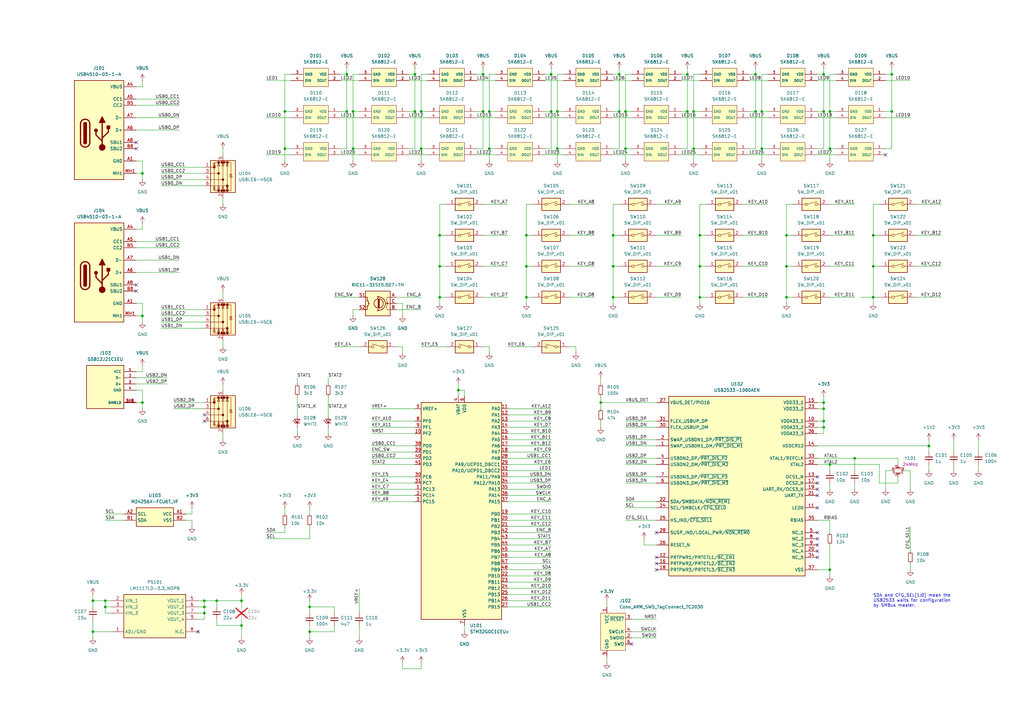
<source format=kicad_sch>
(kicad_sch (version 20231120) (generator "eeschema") (generator_version "8.0")
  (paper "A3")
  (junction (at 337.82 30.48))
  (junction (at 215.9 109.22))
  (junction (at 337.82 175.26))
  (junction (at 127 248.92))
  (junction (at 172.72 45.72))
  (junction (at 226.06 30.48))
  (junction (at 43.18 246.38))
  (junction (at 170.18 45.72))
  (junction (at 287.02 96.52))
  (junction (at 322.58 96.52))
  (junction (at 38.1 259.08))
  (junction (at 358.14 109.22))
  (junction (at 340.36 233.68))
  (junction (at 337.82 172.72))
  (junction (at 251.46 96.52))
  (junction (at 83.82 246.38))
  (junction (at 254 45.72))
  (junction (at 340.36 45.72))
  (junction (at 254 30.48))
  (junction (at 142.24 30.48))
  (junction (at 365.76 45.72))
  (junction (at 116.84 45.72))
  (junction (at 226.06 45.72))
  (junction (at 381 182.88))
  (junction (at 116.84 60.96))
  (junction (at 58.42 129.54))
  (junction (at 58.42 71.12))
  (junction (at 38.1 246.38))
  (junction (at 58.42 165.1))
  (junction (at 340.36 190.5))
  (junction (at 358.14 121.92))
  (junction (at 228.6 45.72))
  (junction (at 83.82 248.92))
  (junction (at 337.82 165.1))
  (junction (at 340.36 60.96))
  (junction (at 312.42 60.96))
  (junction (at 215.9 96.52))
  (junction (at 287.02 121.92))
  (junction (at 180.34 121.92))
  (junction (at 99.06 246.38))
  (junction (at 215.9 121.92))
  (junction (at 251.46 109.22))
  (junction (at 309.88 45.72))
  (junction (at 180.34 109.22))
  (junction (at 246.38 165.1))
  (junction (at 198.12 45.72))
  (junction (at 337.82 167.64))
  (junction (at 284.48 60.96))
  (junction (at 256.54 45.72))
  (junction (at 287.02 109.22))
  (junction (at 365.76 30.48))
  (junction (at 200.66 60.96))
  (junction (at 144.78 60.96))
  (junction (at 228.6 60.96))
  (junction (at 144.78 45.72))
  (junction (at 322.58 121.92))
  (junction (at 350.52 187.96))
  (junction (at 180.34 96.52))
  (junction (at 83.82 251.46))
  (junction (at 187.96 160.02))
  (junction (at 198.12 30.48))
  (junction (at 309.88 30.48))
  (junction (at 170.18 30.48))
  (junction (at 322.58 109.22))
  (junction (at 127 259.08))
  (junction (at 142.24 45.72))
  (junction (at 172.72 60.96))
  (junction (at 281.94 45.72))
  (junction (at 43.18 248.92))
  (junction (at 99.06 256.54))
  (junction (at 337.82 45.72))
  (junction (at 358.14 96.52))
  (junction (at 200.66 45.72))
  (junction (at 88.9 246.38))
  (junction (at 284.48 45.72))
  (junction (at 281.94 30.48))
  (junction (at 251.46 121.92))
  (junction (at 256.54 60.96))
  (junction (at 312.42 45.72))
  (no_connect (at 335.28 195.58))
  (no_connect (at 335.28 226.06))
  (no_connect (at 335.28 228.6))
  (no_connect (at 83.82 172.72))
  (no_connect (at 335.28 223.52))
  (no_connect (at 269.24 218.44))
  (no_connect (at 335.28 220.98))
  (no_connect (at 335.28 198.12))
  (no_connect (at 335.28 203.2))
  (no_connect (at 269.24 228.6))
  (no_connect (at 55.88 58.42))
  (no_connect (at 269.24 233.68))
  (no_connect (at 83.82 170.18))
  (no_connect (at 81.28 259.08))
  (no_connect (at 335.28 218.44))
  (no_connect (at 55.88 60.96))
  (no_connect (at 55.88 116.84))
  (no_connect (at 269.24 231.14))
  (no_connect (at 335.28 200.66))
  (no_connect (at 335.28 208.28))
  (no_connect (at 55.88 119.38))
  (no_connect (at 259.08 264.16))
  (no_connect (at 363.22 63.5))
  (wire (pts (xy 121.92 154.94) (xy 121.92 157.48)))
  (wire (pts (xy 134.62 162.56) (xy 134.62 170.18)))
  (wire (pts (xy 139.7 63.5) (xy 147.32 63.5)))
  (wire (pts (xy 287.02 121.92) (xy 289.56 121.92)))
  (wire (pts (xy 264.16 223.52) (xy 269.24 223.52)))
  (wire (pts (xy 215.9 109.22) (xy 215.9 121.92)))
  (wire (pts (xy 226.06 203.2) (xy 208.28 203.2)))
  (wire (pts (xy 373.38 231.14) (xy 373.38 233.68)))
  (wire (pts (xy 381 182.88) (xy 381 180.34)))
  (wire (pts (xy 152.4 200.66) (xy 170.18 200.66)))
  (wire (pts (xy 167.64 60.96) (xy 170.18 60.96)))
  (wire (pts (xy 198.12 30.48) (xy 198.12 27.94)))
  (wire (pts (xy 134.62 175.26) (xy 134.62 177.8)))
  (wire (pts (xy 279.4 48.26) (xy 287.02 48.26)))
  (wire (pts (xy 144.78 127) (xy 144.78 129.54)))
  (wire (pts (xy 58.42 66.04) (xy 58.42 71.12)))
  (wire (pts (xy 180.34 109.22) (xy 180.34 121.92)))
  (wire (pts (xy 43.18 248.92) (xy 45.72 248.92)))
  (wire (pts (xy 226.06 30.48) (xy 226.06 45.72)))
  (wire (pts (xy 208.28 241.3) (xy 226.06 241.3)))
  (wire (pts (xy 208.28 238.76) (xy 226.06 238.76)))
  (wire (pts (xy 198.12 30.48) (xy 198.12 45.72)))
  (wire (pts (xy 109.22 33.02) (xy 119.38 33.02)))
  (wire (pts (xy 279.4 60.96) (xy 281.94 60.96)))
  (wire (pts (xy 99.06 256.54) (xy 99.06 261.62)))
  (wire (pts (xy 337.82 165.1) (xy 337.82 167.64)))
  (wire (pts (xy 208.28 175.26) (xy 226.06 175.26)))
  (wire (pts (xy 256.54 172.72) (xy 269.24 172.72)))
  (wire (pts (xy 307.34 60.96) (xy 309.88 60.96)))
  (wire (pts (xy 91.44 119.38) (xy 91.44 121.92)))
  (wire (pts (xy 167.64 48.26) (xy 175.26 48.26)))
  (wire (pts (xy 251.46 60.96) (xy 254 60.96)))
  (wire (pts (xy 139.7 60.96) (xy 142.24 60.96)))
  (wire (pts (xy 256.54 66.04) (xy 256.54 60.96)))
  (wire (pts (xy 289.56 83.82) (xy 287.02 83.82)))
  (wire (pts (xy 208.28 228.6) (xy 226.06 228.6)))
  (wire (pts (xy 200.66 30.48) (xy 203.2 30.48)))
  (wire (pts (xy 309.88 30.48) (xy 309.88 27.94)))
  (wire (pts (xy 180.34 96.52) (xy 180.34 109.22)))
  (wire (pts (xy 58.42 71.12) (xy 58.42 73.66)))
  (wire (pts (xy 337.82 165.1) (xy 335.28 165.1)))
  (wire (pts (xy 147.32 142.24) (xy 137.16 142.24)))
  (wire (pts (xy 279.4 33.02) (xy 287.02 33.02)))
  (wire (pts (xy 167.64 45.72) (xy 170.18 45.72)))
  (wire (pts (xy 208.28 246.38) (xy 226.06 246.38)))
  (wire (pts (xy 215.9 83.82) (xy 215.9 96.52)))
  (wire (pts (xy 88.9 254) (xy 88.9 256.54)))
  (wire (pts (xy 43.18 210.82) (xy 50.8 210.82)))
  (wire (pts (xy 256.54 175.26) (xy 269.24 175.26)))
  (wire (pts (xy 91.44 157.48) (xy 91.44 160.02)))
  (wire (pts (xy 337.82 175.26) (xy 335.28 175.26)))
  (wire (pts (xy 215.9 96.52) (xy 218.44 96.52)))
  (wire (pts (xy 254 45.72) (xy 254 60.96)))
  (wire (pts (xy 55.88 124.46) (xy 58.42 124.46)))
  (wire (pts (xy 228.6 30.48) (xy 231.14 30.48)))
  (wire (pts (xy 259.08 254) (xy 269.24 254)))
  (wire (pts (xy 91.44 139.7) (xy 91.44 142.24)))
  (wire (pts (xy 73.66 43.18) (xy 55.88 43.18)))
  (wire (pts (xy 337.82 167.64) (xy 335.28 167.64)))
  (wire (pts (xy 208.28 233.68) (xy 226.06 233.68)))
  (wire (pts (xy 144.78 60.96) (xy 144.78 45.72)))
  (wire (pts (xy 256.54 190.5) (xy 269.24 190.5)))
  (wire (pts (xy 340.36 66.04) (xy 340.36 60.96)))
  (wire (pts (xy 360.68 198.12) (xy 368.3 198.12)))
  (wire (pts (xy 223.52 45.72) (xy 226.06 45.72)))
  (wire (pts (xy 187.96 157.48) (xy 187.96 160.02)))
  (wire (pts (xy 137.16 256.54) (xy 137.16 259.08)))
  (wire (pts (xy 162.56 127) (xy 172.72 127)))
  (wire (pts (xy 254 30.48) (xy 254 45.72)))
  (wire (pts (xy 365.76 30.48) (xy 365.76 27.94)))
  (wire (pts (xy 83.82 251.46) (xy 83.82 254)))
  (wire (pts (xy 226.06 187.96) (xy 208.28 187.96)))
  (wire (pts (xy 312.42 30.48) (xy 314.96 30.48)))
  (wire (pts (xy 208.28 170.18) (xy 226.06 170.18)))
  (wire (pts (xy 208.28 220.98) (xy 226.06 220.98)))
  (wire (pts (xy 172.72 45.72) (xy 172.72 30.48)))
  (wire (pts (xy 251.46 30.48) (xy 254 30.48)))
  (wire (pts (xy 256.54 60.96) (xy 256.54 45.72)))
  (wire (pts (xy 121.92 162.56) (xy 121.92 170.18)))
  (wire (pts (xy 307.34 48.26) (xy 314.96 48.26)))
  (wire (pts (xy 401.32 180.34) (xy 401.32 185.42)))
  (wire (pts (xy 307.34 63.5) (xy 314.96 63.5)))
  (wire (pts (xy 363.22 193.04) (xy 363.22 200.66)))
  (wire (pts (xy 337.82 162.56) (xy 337.82 165.1)))
  (wire (pts (xy 55.88 165.1) (xy 58.42 165.1)))
  (wire (pts (xy 251.46 48.26) (xy 259.08 48.26)))
  (wire (pts (xy 269.24 83.82) (xy 279.4 83.82)))
  (wire (pts (xy 147.32 241.3) (xy 147.32 251.46)))
  (wire (pts (xy 246.38 154.94) (xy 246.38 157.48)))
  (wire (pts (xy 116.84 45.72) (xy 116.84 30.48)))
  (wire (pts (xy 350.52 187.96) (xy 368.3 187.96)))
  (wire (pts (xy 208.28 193.04) (xy 226.06 193.04)))
  (wire (pts (xy 340.36 121.92) (xy 350.52 121.92)))
  (wire (pts (xy 304.8 83.82) (xy 314.96 83.82)))
  (wire (pts (xy 340.36 218.44) (xy 340.36 213.36)))
  (wire (pts (xy 139.7 33.02) (xy 147.32 33.02)))
  (wire (pts (xy 218.44 83.82) (xy 215.9 83.82)))
  (wire (pts (xy 223.52 30.48) (xy 226.06 30.48)))
  (wire (pts (xy 208.28 236.22) (xy 226.06 236.22)))
  (wire (pts (xy 304.8 96.52) (xy 314.96 96.52)))
  (wire (pts (xy 312.42 45.72) (xy 314.96 45.72)))
  (wire (pts (xy 81.28 246.38) (xy 83.82 246.38)))
  (wire (pts (xy 269.24 109.22) (xy 279.4 109.22)))
  (wire (pts (xy 365.76 30.48) (xy 365.76 45.72)))
  (wire (pts (xy 71.12 167.64) (xy 83.82 167.64)))
  (wire (pts (xy 152.4 175.26) (xy 170.18 175.26)))
  (wire (pts (xy 91.44 60.96) (xy 91.44 63.5)))
  (wire (pts (xy 38.1 246.38) (xy 43.18 246.38)))
  (wire (pts (xy 55.88 53.34) (xy 73.66 53.34)))
  (wire (pts (xy 180.34 121.92) (xy 182.88 121.92)))
  (wire (pts (xy 58.42 91.44) (xy 58.42 93.98)))
  (wire (pts (xy 350.52 198.12) (xy 350.52 200.66)))
  (wire (pts (xy 248.92 246.38) (xy 248.92 248.92)))
  (wire (pts (xy 251.46 121.92) (xy 251.46 124.46)))
  (wire (pts (xy 137.16 251.46) (xy 137.16 248.92)))
  (wire (pts (xy 281.94 30.48) (xy 281.94 27.94)))
  (wire (pts (xy 391.16 180.34) (xy 391.16 185.42)))
  (wire (pts (xy 281.94 30.48) (xy 281.94 45.72)))
  (wire (pts (xy 152.4 187.96) (xy 170.18 187.96)))
  (wire (pts (xy 373.38 193.04) (xy 370.84 193.04)))
  (wire (pts (xy 208.28 167.64) (xy 226.06 167.64)))
  (wire (pts (xy 127 246.38) (xy 127 248.92)))
  (wire (pts (xy 340.36 60.96) (xy 340.36 45.72)))
  (wire (pts (xy 147.32 127) (xy 144.78 127)))
  (wire (pts (xy 223.52 33.02) (xy 231.14 33.02)))
  (wire (pts (xy 116.84 66.04) (xy 116.84 60.96)))
  (wire (pts (xy 208.28 218.44) (xy 226.06 218.44)))
  (wire (pts (xy 281.94 45.72) (xy 281.94 60.96)))
  (wire (pts (xy 121.92 175.26) (xy 121.92 177.8)))
  (wire (pts (xy 198.12 109.22) (xy 208.28 109.22)))
  (wire (pts (xy 325.12 83.82) (xy 322.58 83.82)))
  (wire (pts (xy 172.72 60.96) (xy 175.26 60.96)))
  (wire (pts (xy 144.78 30.48) (xy 147.32 30.48)))
  (wire (pts (xy 391.16 190.5) (xy 391.16 193.04)))
  (wire (pts (xy 208.28 205.74) (xy 226.06 205.74)))
  (wire (pts (xy 208.28 180.34) (xy 226.06 180.34)))
  (wire (pts (xy 55.88 111.76) (xy 73.66 111.76)))
  (wire (pts (xy 38.1 248.92) (xy 38.1 246.38)))
  (wire (pts (xy 109.22 63.5) (xy 119.38 63.5)))
  (wire (pts (xy 358.14 121.92) (xy 358.14 124.46)))
  (wire (pts (xy 88.9 246.38) (xy 83.82 246.38)))
  (wire (pts (xy 170.18 30.48) (xy 170.18 45.72)))
  (wire (pts (xy 144.78 45.72) (xy 144.78 30.48)))
  (wire (pts (xy 340.36 60.96) (xy 342.9 60.96)))
  (wire (pts (xy 180.34 121.92) (xy 180.34 124.46)))
  (wire (pts (xy 83.82 134.62) (xy 66.04 134.62)))
  (wire (pts (xy 287.02 83.82) (xy 287.02 96.52)))
  (wire (pts (xy 358.14 109.22) (xy 360.68 109.22)))
  (wire (pts (xy 208.28 215.9) (xy 226.06 215.9)))
  (wire (pts (xy 335.28 233.68) (xy 340.36 233.68)))
  (wire (pts (xy 142.24 30.48) (xy 142.24 45.72)))
  (wire (pts (xy 73.66 40.64) (xy 55.88 40.64)))
  (wire (pts (xy 226.06 30.48) (xy 226.06 27.94)))
  (wire (pts (xy 43.18 246.38) (xy 43.18 248.92)))
  (wire (pts (xy 172.72 274.32) (xy 165.1 274.32)))
  (wire (pts (xy 340.36 233.68) (xy 340.36 236.22)))
  (wire (pts (xy 363.22 33.02) (xy 373.38 33.02)))
  (wire (pts (xy 279.4 63.5) (xy 287.02 63.5)))
  (wire (pts (xy 190.5 162.56) (xy 190.5 160.02)))
  (wire (pts (xy 172.72 30.48) (xy 175.26 30.48)))
  (wire (pts (xy 58.42 165.1) (xy 58.42 167.64)))
  (wire (pts (xy 284.48 66.04) (xy 284.48 60.96)))
  (wire (pts (xy 116.84 60.96) (xy 119.38 60.96)))
  (wire (pts (xy 109.22 220.98) (xy 127 220.98)))
  (wire (pts (xy 335.28 60.96) (xy 337.82 60.96)))
  (wire (pts (xy 66.04 71.12) (xy 83.82 71.12)))
  (wire (pts (xy 251.46 109.22) (xy 251.46 121.92)))
  (wire (pts (xy 116.84 45.72) (xy 119.38 45.72)))
  (wire (pts (xy 144.78 45.72) (xy 147.32 45.72)))
  (wire (pts (xy 58.42 152.4) (xy 55.88 152.4)))
  (wire (pts (xy 116.84 218.44) (xy 116.84 215.9)))
  (wire (pts (xy 226.06 198.12) (xy 208.28 198.12)))
  (wire (pts (xy 144.78 66.04) (xy 144.78 60.96)))
  (wire (pts (xy 284.48 60.96) (xy 284.48 45.72)))
  (wire (pts (xy 284.48 30.48) (xy 287.02 30.48)))
  (wire (pts (xy 251.46 83.82) (xy 251.46 96.52)))
  (wire (pts (xy 233.68 121.92) (xy 243.84 121.92)))
  (wire (pts (xy 152.4 198.12) (xy 170.18 198.12)))
  (wire (pts (xy 256.54 198.12) (xy 269.24 198.12)))
  (wire (pts (xy 147.32 256.54) (xy 147.32 261.62)))
  (wire (pts (xy 99.06 246.38) (xy 88.9 246.38)))
  (wire (pts (xy 340.36 45.72) (xy 340.36 30.48)))
  (wire (pts (xy 142.24 30.48) (xy 142.24 27.94)))
  (wire (pts (xy 337.82 175.26) (xy 337.82 177.8)))
  (wire (pts (xy 309.88 45.72) (xy 309.88 60.96)))
  (wire (pts (xy 363.22 30.48) (xy 365.76 30.48)))
  (wire (pts (xy 68.58 154.94) (xy 55.88 154.94)))
  (wire (pts (xy 236.22 142.24) (xy 236.22 144.78)))
  (wire (pts (xy 218.44 142.24) (xy 208.28 142.24)))
  (wire (pts (xy 312.42 60.96) (xy 314.96 60.96)))
  (wire (pts (xy 312.42 66.04) (xy 312.42 60.96)))
  (wire (pts (xy 152.4 172.72) (xy 170.18 172.72)))
  (wire (pts (xy 58.42 33.02) (xy 58.42 35.56)))
  (wire (pts (xy 269.24 96.52) (xy 279.4 96.52)))
  (wire (pts (xy 165.1 142.24) (xy 165.1 144.78)))
  (wire (pts (xy 195.58 45.72) (xy 198.12 45.72)))
  (wire (pts (xy 373.38 200.66) (xy 373.38 193.04)))
  (wire (pts (xy 58.42 160.02) (xy 58.42 165.1)))
  (wire (pts (xy 363.22 48.26) (xy 373.38 48.26)))
  (wire (pts (xy 208.28 231.14) (xy 226.06 231.14)))
  (wire (pts (xy 358.14 121.92) (xy 353.06 121.92)))
  (wire (pts (xy 375.92 83.82) (xy 386.08 83.82)))
  (wire (pts (xy 365.76 45.72) (xy 365.76 60.96)))
  (wire (pts (xy 200.66 60.96) (xy 203.2 60.96)))
  (wire (pts (xy 208.28 223.52) (xy 226.06 223.52)))
  (wire (pts (xy 43.18 213.36) (xy 50.8 213.36)))
  (wire (pts (xy 165.1 271.78) (xy 165.1 274.32)))
  (wire (pts (xy 139.7 48.26) (xy 147.32 48.26)))
  (wire (pts (xy 287.02 96.52) (xy 289.56 96.52)))
  (wire (pts (xy 152.4 190.5) (xy 170.18 190.5)))
  (wire (pts (xy 58.42 124.46) (xy 58.42 129.54)))
  (wire (pts (xy 66.04 68.58) (xy 83.82 68.58)))
  (wire (pts (xy 284.48 45.72) (xy 284.48 30.48)))
  (wire (pts (xy 38.1 259.08) (xy 38.1 254)))
  (wire (pts (xy 55.88 129.54) (xy 58.42 129.54)))
  (wire (pts (xy 256.54 180.34) (xy 269.24 180.34)))
  (wire (pts (xy 38.1 243.84) (xy 38.1 246.38)))
  (wire (pts (xy 182.88 83.82) (xy 180.34 83.82)))
  (wire (pts (xy 116.84 208.28) (xy 116.84 210.82)))
  (wire (pts (xy 200.66 45.72) (xy 200.66 30.48)))
  (wire (pts (xy 116.84 30.48) (xy 119.38 30.48)))
  (wire (pts (xy 256.54 45.72) (xy 256.54 30.48)))
  (wire (pts (xy 127 208.28) (xy 127 210.82)))
  (wire (pts (xy 358.14 83.82) (xy 358.14 96.52)))
  (wire (pts (xy 215.9 109.22) (xy 218.44 109.22)))
  (wire (pts (xy 358.14 96.52) (xy 360.68 96.52)))
  (wire (pts (xy 91.44 177.8) (xy 91.44 180.34)))
  (wire (pts (xy 167.64 30.48) (xy 170.18 30.48)))
  (wire (pts (xy 88.9 246.38) (xy 88.9 248.92)))
  (wire (pts (xy 55.88 160.02) (xy 58.42 160.02)))
  (wire (pts (xy 307.34 30.48) (xy 309.88 30.48)))
  (wire (pts (xy 337.82 167.64) (xy 337.82 172.72)))
  (wire (pts (xy 45.72 259.08) (xy 38.1 259.08)))
  (wire (pts (xy 83.82 254) (xy 81.28 254)))
  (wire (pts (xy 236.22 142.24) (xy 233.68 142.24)))
  (wire (pts (xy 309.88 30.48) (xy 309.88 45.72)))
  (wire (pts (xy 208.28 190.5) (xy 226.06 190.5)))
  (wire (pts (xy 127 248.92) (xy 127 251.46)))
  (wire (pts (xy 340.36 30.48) (xy 342.9 30.48)))
  (wire (pts (xy 251.46 96.52) (xy 254 96.52)))
  (wire (pts (xy 147.32 121.92) (xy 137.16 121.92)))
  (wire (pts (xy 76.2 213.36) (xy 78.74 213.36)))
  (wire (pts (xy 251.46 121.92) (xy 254 121.92)))
  (wire (pts (xy 228.6 45.72) (xy 228.6 30.48)))
  (wire (pts (xy 226.06 248.92) (xy 208.28 248.92)))
  (wire (pts (xy 109.22 48.26) (xy 119.38 48.26)))
  (wire (pts (xy 256.54 213.36) (xy 269.24 213.36)))
  (wire (pts (xy 83.82 73.66) (xy 66.04 73.66)))
  (wire (pts (xy 312.42 60.96) (xy 312.42 45.72)))
  (wire (pts (xy 195.58 63.5) (xy 203.2 63.5)))
  (wire (pts (xy 246.38 165.1) (xy 246.38 167.64)))
  (wire (pts (xy 215.9 96.52) (xy 215.9 109.22)))
  (wire (pts (xy 322.58 121.92) (xy 322.58 124.46)))
  (wire (pts (xy 198.12 96.52) (xy 208.28 96.52)))
  (wire (pts (xy 215.9 121.92) (xy 215.9 124.46)))
  (wire (pts (xy 350.52 187.96) (xy 350.52 193.04)))
  (wire (pts (xy 335.28 63.5) (xy 342.9 63.5)))
  (wire (pts (xy 170.18 45.72) (xy 170.18 60.96)))
  (wire (pts (xy 335.28 48.26) (xy 342.9 48.26)))
  (wire (pts (xy 73.66 99.06) (xy 55.88 99.06)))
  (wire (pts (xy 208.28 213.36) (xy 226.06 213.36)))
  (wire (pts (xy 172.72 271.78) (xy 172.72 274.32)))
  (wire (pts (xy 360.68 121.92) (xy 358.14 121.92)))
  (wire (pts (xy 43.18 248.92) (xy 43.18 251.46)))
  (wire (pts (xy 287.02 96.52) (xy 287.02 109.22)))
  (wire (pts (xy 152.4 203.2) (xy 170.18 203.2)))
  (wire (pts (xy 373.38 215.9) (xy 373.38 226.06)))
  (wire (pts (xy 215.9 121.92) (xy 218.44 121.92)))
  (wire (pts (xy 233.68 83.82) (xy 243.84 83.82)))
  (wire (pts (xy 172.72 66.04) (xy 172.72 60.96)))
  (wire (pts (xy 73.66 101.6) (xy 55.88 101.6)))
  (wire (pts (xy 142.24 45.72) (xy 142.24 60.96)))
  (wire (pts (xy 335.28 30.48) (xy 337.82 30.48)))
  (wire (pts (xy 71.12 165.1) (xy 83.82 165.1)))
  (wire (pts (xy 246.38 175.26) (xy 246.38 172.72)))
  (wire (pts (xy 127 259.08) (xy 137.16 259.08)))
  (wire (pts (xy 83.82 246.38) (xy 83.82 248.92)))
  (wire (pts (xy 66.04 129.54) (xy 83.82 129.54)))
  (wire (pts (xy 109.22 218.44) (xy 116.84 218.44)))
  (wire (pts (xy 335.28 187.96) (xy 350.52 187.96)))
  (wire (pts (xy 337.82 45.72) (xy 337.82 60.96)))
  (wire (pts (xy 195.58 30.48) (xy 198.12 30.48)))
  (wire (pts (xy 187.96 160.02) (xy 187.96 162.56)))
  (wire (pts (xy 287.02 109.22) (xy 289.56 109.22)))
  (wire (pts (xy 363.22 60.96) (xy 365.76 60.96)))
  (wire (pts (xy 340.36 190.5) (xy 360.68 190.5)))
  (wire (pts (xy 322.58 109.22) (xy 325.12 109.22)))
  (wire (pts (xy 287.02 121.92) (xy 287.02 124.46)))
  (wire (pts (xy 55.88 48.26) (xy 73.66 48.26)))
  (wire (pts (xy 287.02 109.22) (xy 287.02 121.92)))
  (wire (pts (xy 337.82 30.48) (xy 337.82 45.72)))
  (wire (pts (xy 322.58 96.52) (xy 325.12 96.52)))
  (wire (pts (xy 152.4 167.64) (xy 170.18 167.64)))
  (wire (pts (xy 134.62 154.94) (xy 134.62 157.48)))
  (wire (pts (xy 340.36 96.52) (xy 350.52 96.52)))
  (wire (pts (xy 58.42 35.56) (xy 55.88 35.56)))
  (wire (pts (xy 381 182.88) (xy 381 185.42)))
  (wire (pts (xy 81.28 248.92) (xy 83.82 248.92)))
  (wire (pts (xy 58.42 129.54) (xy 58.42 132.08)))
  (wire (pts (xy 358.14 96.52) (xy 358.14 109.22)))
  (wire (pts (xy 279.4 30.48) (xy 281.94 30.48)))
  (wire (pts (xy 340.36 83.82) (xy 350.52 83.82)))
  (wire (pts (xy 195.58 48.26) (xy 203.2 48.26)))
  (wire (pts (xy 340.36 223.52) (xy 340.36 233.68)))
  (wire (pts (xy 304.8 121.92) (xy 314.96 121.92)))
  (wire (pts (xy 182.88 142.24) (xy 172.72 142.24)))
  (wire (pts (xy 246.38 162.56) (xy 246.38 165.1)))
  (wire (pts (xy 167.64 33.02) (xy 175.26 33.02)))
  (wire (pts (xy 279.4 45.72) (xy 281.94 45.72)))
  (wire (pts (xy 337.82 177.8) (xy 335.28 177.8)))
  (wire (pts (xy 322.58 109.22) (xy 322.58 121.92)))
  (wire (pts (xy 251.46 63.5) (xy 259.08 63.5)))
  (wire (pts (xy 375.92 96.52) (xy 386.08 96.52)))
  (wire (pts (xy 152.4 195.58) (xy 170.18 195.58)))
  (wire (pts (xy 259.08 261.62) (xy 269.24 261.62)))
  (wire (pts (xy 256.54 45.72) (xy 259.08 45.72)))
  (wire (pts (xy 198.12 121.92) (xy 208.28 121.92)))
  (wire (pts (xy 200.66 142.24) (xy 198.12 142.24)))
  (wire (pts (xy 256.54 182.88) (xy 269.24 182.88)))
  (wire (pts (xy 363.22 45.72) (xy 365.76 45.72)))
  (wire (pts (xy 264.16 220.98) (xy 264.16 223.52)))
  (wire (pts (xy 223.52 60.96) (xy 226.06 60.96)))
  (wire (pts (xy 172.72 45.72) (xy 175.26 45.72)))
  (wire (pts (xy 228.6 60.96) (xy 231.14 60.96)))
  (wire (pts (xy 55.88 66.04) (xy 58.42 66.04)))
  (wire (pts (xy 83.82 248.92) (xy 83.82 251.46)))
  (wire (pts (xy 43.18 246.38) (xy 45.72 246.38)))
  (wire (pts (xy 198.12 83.82) (xy 208.28 83.82)))
  (wire (pts (xy 337.82 172.72) (xy 337.82 175.26)))
  (wire (pts (xy 251.46 109.22) (xy 254 109.22)))
  (wire (pts (xy 337.82 30.48) (xy 337.82 27.94)))
  (wire (pts (xy 180.34 96.52) (xy 182.88 96.52)))
  (wire (pts (xy 269.24 121.92) (xy 279.4 121.92)))
  (wire (pts (xy 208.28 226.06) (xy 226.06 226.06)))
  (wire (pts (xy 228.6 60.96) (xy 228.6 45.72)))
  (wire (pts (xy 335.28 45.72) (xy 337.82 45.72)))
  (wire (pts (xy 83.82 132.08) (xy 66.04 132.08)))
  (wire (pts (xy 223.52 63.5) (xy 231.14 63.5)))
  (wire (pts (xy 66.04 127) (xy 83.82 127)))
  (wire (pts (xy 139.7 30.48) (xy 142.24 30.48)))
  (wire (pts (xy 58.42 93.98) (xy 55.88 93.98)))
  (wire (pts (xy 200.66 142.24) (xy 200.66 144.78)))
  (wire (pts (xy 259.08 259.08) (xy 269.24 259.08)))
  (wire (pts (xy 152.4 182.88) (xy 170.18 182.88)))
  (wire (pts (xy 375.92 121.92) (xy 386.08 121.92)))
  (wire (pts (xy 88.9 256.54) (xy 99.06 256.54)))
  (wire (pts (xy 208.28 185.42) (xy 226.06 185.42)))
  (wire (pts (xy 180.34 109.22) (xy 182.88 109.22)))
  (wire (pts (xy 68.58 157.48) (xy 55.88 157.48)))
  (wire (pts (xy 223.52 48.26) (xy 231.14 48.26)))
  (wire (pts (xy 127 220.98) (xy 127 215.9)))
  (wire (pts (xy 337.82 172.72) (xy 335.28 172.72)))
  (wire (pts (xy 246.38 165.1) (xy 269.24 165.1)))
  (wire (pts (xy 360.68 190.5) (xy 360.68 198.12)))
  (wire (pts (xy 228.6 45.72) (xy 231.14 45.72)))
  (wire (pts (xy 256.54 30.48) (xy 259.08 30.48)))
  (wire (pts (xy 322.58 121.92) (xy 325.12 121.92)))
  (wire (pts (xy 248.92 269.24) (xy 248.92 271.78)))
  (wire (pts (xy 76.2 210.82) (xy 78.74 210.82)))
  (wire (pts (xy 55.88 71.12) (xy 58.42 71.12)))
  (wire (pts (xy 162.56 124.46) (xy 165.1 124.46)))
  (wire (pts (xy 99.06 254) (xy 99.06 256.54)))
  (wire (pts (xy 251.46 33.02) (xy 259.08 33.02)))
  (wire (pts (xy 190.5 256.54) (xy 190.5 259.08)))
  (wire (pts (xy 208.28 210.82) (xy 226.06 210.82)))
  (wire (pts (xy 335.28 33.02) (xy 342.9 33.02)))
  (wire (pts (xy 58.42 149.86) (xy 58.42 152.4)))
  (wire (pts (xy 256.54 205.74) (xy 269.24 205.74)))
  (wire (pts (xy 152.4 185.42) (xy 170.18 185.42)))
  (wire (pts (xy 165.1 142.24) (xy 162.56 142.24)))
  (wire (pts (xy 335.28 182.88) (xy 381 182.88)))
  (wire (pts (xy 152.4 177.8) (xy 170.18 177.8)))
  (wire (pts (xy 284.48 60.96) (xy 287.02 60.96)))
  (wire (pts (xy 55.88 106.68) (xy 73.66 106.68)))
  (wire (pts (xy 83.82 76.2) (xy 66.04 76.2)))
  (wire (pts (xy 81.28 251.46) (xy 83.82 251.46)))
  (wire (pts (xy 340.36 198.12) (xy 340.36 200.66)))
  (wire (pts (xy 172.72 60.96) (xy 172.72 45.72)))
  (wire (pts (xy 127 248.92) (xy 137.16 248.92)))
  (wire (pts (xy 226.06 200.66) (xy 208.28 200.66)))
  (wire (pts (xy 233.68 109.22) (xy 243.84 109.22)))
  (wire (pts (xy 78.74 208.28) (xy 78.74 210.82)))
  (wire (pts (xy 360.68 83.82) (xy 358.14 83.82)))
  (wire (pts (xy 208.28 172.72) (xy 226.06 172.72)))
  (wire (pts (xy 172.72 121.92) (xy 162.56 121.92)))
  (wire (pts (xy 340.36 190.5) (xy 340.36 193.04)))
  (wire (pts (xy 165.1 124.46) (xy 165.1 129.54)))
  (wire (pts (xy 254 83.82) (xy 251.46 83.82)))
  (wire (pts (xy 381 190.5) (xy 381 193.04)))
  (wire (pts (xy 200.66 66.04) (xy 200.66 60.96)))
  (wire (pts (xy 322.58 83.82) (xy 322.58 96.52)))
  (wire (pts (xy 170.18 30.48) (xy 170.18 27.94)))
  (wire (pts (xy 208.28 177.8) (xy 226.06 177.8)))
  (wire (pts (xy 127 256.54) (xy 127 259.08)))
  (wire (pts (xy 335.28 190.5) (xy 340.36 190.5)))
  (wire (pts (xy 180.34 83.82) (xy 180.34 96.52)))
  (wire (pts (xy 78.74 213.36) (xy 78.74 215.9)))
  (wire (pts (xy 198.12 45.72) (xy 198.12 60.96)))
  (wire (pts (xy 365.76 193.04) (xy 363.22 193.04)))
  (wire (pts (xy 116.84 60.96) (xy 116.84 45.72)))
  (wire (pts (xy 251.46 96.52) (xy 251.46 109.22)))
  (wire (pts (xy 322.58 96.52) (xy 322.58 109.22)))
  (wire (pts (xy 99.06 246.38) (xy 99.06 248.92)))
  (wire (pts (xy 200.66 60.96) (xy 200.66 45.72)))
  (wire (pts (xy 307.34 33.02) (xy 314.96 33.02)))
  (wire (pts (xy 152.4 205.74) (xy 170.18 205.74)))
  (wire (pts (xy 200.66 45.72) (xy 203.2 45.72)))
  (wire (pts (xy 358.14 109.22) (xy 358.14 121.92)))
  (wire (pts (xy 208.28 182.88) (xy 226.06 182.88)))
  (wire (pts (xy 256.54 208.28) (xy 269.24 208.28)))
  (wire (pts (xy 251.46 45.72) (xy 254 45.72)))
  (wire (pts (xy 401.32 190.5) (xy 401.32 193.04)))
  (wire (pts (xy 167.64 63.5) (xy 175.26 63.5)))
  (wire (pts (xy 256.54 195.58) (xy 269.24 195.58)))
  (wire (pts (xy 91.44 81.28) (xy 91.44 83.82)))
  (wire (pts (xy 144.78 60.96) (xy 147.32 60.96)))
  (wire (pts (xy 307.34 45.72) (xy 309.88 45.72)))
  (wire (pts (xy 195.58 33.02) (xy 203.2 33.02)))
  (wire (pts (xy 256.54 60.96) (xy 259.08 60.96)))
  (wire (pts (xy 43.18 251.46) (xy 45.72 251.46)))
  (wire (pts (xy 375.92 109.22) (xy 386.08 109.22)))
  (wire (pts (xy 284.48 45.72) (xy 287.02 45.72)))
  (wire (pts (xy 312.42 45.72) (xy 312.42 30.48)))
  (wire (pts (xy 228.6 66.04) (xy 228.6 60.96)))
  (wire (pts (xy 233.68 96.52) (xy 243.84 96.52)))
  (wire (pts (xy 187.96 160.02) (xy 190.5 160.02)))
  (wire (pts (xy 340.36 213.36) (xy 335.28 213.36)))
  (wire (pts (xy 127 259.08) (xy 127 261.62)))
  (wire (pts (xy 340.36 45.72) (xy 342.9 45.72)))
  (wire (pts (xy 340.36 109.22) (xy 350.52 109.22)))
  (wire (pts (xy 256.54 187.96) (xy 269.24 187.96)))
  (wire (pts (xy 38.1 259.08) (xy 38.1 261.62)))
  (wire (pts (xy 304.8 109.22) (xy 314.96 109.22)))
  (wire (pts (xy 208.28 243.84) (xy 226.06 243.84)))
  (wire (pts (xy 99.06 243.84) (xy 99.06 246.38)))
  (wire (pts (xy 254 30.48) (xy 254 27.94)))
  (wire (pts (xy 226.06 45.72) (xy 226.06 60.96)))
  (wire (pts (xy 368.3 198.12) (xy 368.3 195.58)))
  (wire (pts (xy 368.3 187.96) (xy 368.3 190.5)))
  (wire (pts (xy 226.06 195.58) (xy 208.28 195.58)))
  (wire (pts (xy 139.7 45.72) (xy 142.24 45.72)))
  (wire (pts (xy 195.58 60.96) (xy 198.12 60.96)))
  (text "SDA and CFG_SEL[1:0] mean the\nUSB2533 waits for configuration\nby SMBus master." (at 358.14 246.38 0) (effects (font (size 1.27 1.27)) (justify left)))
  (text "Add LEDs on leftover pins" (at 231.14 307.34 0) (effects (font (size 5 5))))
  (label "KEY_E5" (at 152.4 195.58 0))
  (label "KEY_D7" (at 226.06 175.26 180))
  (label "KEY_E6" (at 208.28 142.24 0))
  (label "USB3_DN" (at 226.06 195.58 180))
  (label "KEY_A11" (at 350.52 83.82 180))
  (label "USB2_DP" (at 68.58 157.48 180))
  (label "KEY_D9" (at 279.4 121.92 180))
  (label "USB1_CC1" (at 66.04 127 0))
  (label "LED27" (at 335.28 63.5 0))
  (label "KEY_C10" (at 226.06 210.82 180))
  (label "LED23" (at 223.52 63.5 0))
  (label "KEY_C8" (at 226.06 172.72 180))
  (label "LED2" (at 139.7 33.02 0))
  (label "KEY_B10" (at 314.96 96.52 180))
  (label "KEY_A12" (at 226.06 167.64 180))
  (label "LED20" (at 139.7 63.5 0))
  (label "USB3_DN" (at 256.54 198.12 0))
  (label "KEY_C12" (at 226.06 215.9 180))
  (label "USB0_DP" (at 66.04 73.66 0))
  (label "USB1_DP" (at 66.04 132.08 0))
  (label "LED6" (at 251.46 33.02 0))
  (label "KEY_C9" (at 226.06 185.42 180))
  (label "USB1_CC1" (at 73.66 99.06 180))
  (label "KEY_A8" (at 243.84 83.82 180))
  (label "USB2_DN" (at 256.54 190.5 0))
  (label "KEY_B9" (at 279.4 96.52 180))
  (label "KEY_C8" (at 243.84 109.22 180))
  (label "RBIAS" (at 337.82 213.36 0))
  (label "USB0_DN" (at 66.04 76.2 0))
  (label "KEY_A10" (at 152.4 172.72 0))
  (label "KEY_E4" (at 152.4 198.12 0))
  (label "KEY_C12" (at 386.08 109.22 180))
  (label "LED21" (at 167.64 63.5 0))
  (label "SWDIO" (at 226.06 200.66 180))
  (label "USB1_CC2" (at 66.04 129.54 0))
  (label "LED14" (at 223.52 48.26 0))
  (label "NRST" (at 152.4 177.8 0))
  (label "LED10" (at 109.22 48.26 0))
  (label "LED26" (at 307.34 63.5 0))
  (label "USB0_CC2" (at 73.66 43.18 180))
  (label "STAT1_K" (at 121.92 167.64 0))
  (label "LED25" (at 279.4 63.5 0))
  (label "USB1_DN" (at 66.04 134.62 0))
  (label "LED10" (at 373.38 33.02 180))
  (label "KEY_A9" (at 279.4 83.82 180))
  (label "STAT1" (at 226.06 220.98 180))
  (label "USB2_DP" (at 71.12 167.64 0))
  (label "KEY_A7" (at 208.28 83.82 180))
  (label "LED1" (at 226.06 193.04 180))
  (label "SWDIO" (at 269.24 261.62 180))
  (label "LED1" (at 109.22 33.02 0))
  (label "ENC_A" (at 172.72 121.92 180))
  (label "USB0_DN" (at 256.54 175.26 0))
  (label "USB0_CC2" (at 66.04 71.12 0))
  (label "KEY_D9" (at 226.06 238.76 180))
  (label "LED16" (at 279.4 48.26 0))
  (label "KEY_B12" (at 386.08 96.52 180))
  (label "KEY_B11" (at 226.06 180.34 180))
  (label "LED15" (at 251.46 48.26 0))
  (label "KEY_A10" (at 314.96 83.82 180))
  (label "KEY_A12" (at 386.08 83.82 180))
  (label "KEY_A7" (at 226.06 226.06 180))
  (label "SDA" (at 226.06 233.68 180))
  (label "USB2_DN" (at 68.58 154.94 180))
  (label "SWCLK" (at 226.06 203.2 180))
  (label "ENC_SW" (at 137.16 121.92 0))
  (label "LED4" (at 195.58 33.02 0))
  (label "LED9" (at 335.28 33.02 0))
  (label "KEY_C11" (at 350.52 109.22 180))
  (label "VREF+" (at 147.32 241.3 270))
  (label "KEY_B7" (at 226.06 223.52 180))
  (label "KEY_A8" (at 226.06 228.6 180))
  (label "USB0_DP" (at 73.66 53.34 180))
  (label "USB0_CC1" (at 152.4 182.88 0))
  (label "LED7" (at 279.4 33.02 0))
  (label "USB3_DP" (at 226.06 198.12 180))
  (label "KEY_B9" (at 226.06 170.18 180))
  (label "USB0_CC1" (at 66.04 68.58 0))
  (label "LED17" (at 307.34 48.26 0))
  (label "VBUS_DET" (at 256.54 165.1 0))
  (label "KEY_C7" (at 208.28 109.22 180))
  (label "KEY_B11" (at 350.52 96.52 180))
  (label "USB0_CC2" (at 152.4 187.96 0))
  (label "KEY_B8" (at 152.4 203.2 0))
  (label "KEY_E6" (at 226.06 190.5 180))
  (label "CFG_SEL1" (at 256.54 213.36 0))
  (label "SDA" (at 109.22 218.44 0))
  (label "KEY_B12" (at 226.06 182.88 180))
  (label "KEY_D7" (at 208.28 121.92 180))
  (label "KEY_D10" (at 314.96 121.92 180))
  (label "ENC_B" (at 226.06 218.44 180))
  (label "XTAL1" (at 337.82 187.96 0))
  (label "USB0_DN" (at 73.66 48.26 180))
  (label "KEY_D11" (at 350.52 121.92 180))
  (label "SCL" (at 43.18 210.82 0))
  (label "SDA" (at 43.18 213.36 0))
  (label "USB1_DN" (at 256.54 182.88 0))
  (label "USB2_DN" (at 71.12 165.1 0))
  (label "STAT1" (at 121.92 154.94 0))
  (label "KEY_E5" (at 172.72 142.24 0))
  (label "USB1_CC2" (at 73.66 101.6 180))
  (label "ENC_B" (at 172.72 127 180))
  (label "XTAL2" (at 337.82 190.5 0))
  (label "STAT2" (at 134.62 154.94 0))
  (label "LED13" (at 195.58 48.26 0))
  (label "LED19" (at 109.22 63.5 0))
  (label "KEY_D10" (at 226.06 241.3 180))
  (label "KEY_C7" (at 152.4 200.66 0))
  (label "LED18" (at 335.28 48.26 0))
  (label "KEY_D12" (at 226.06 243.84 180))
  (label "KEY_D8" (at 243.84 121.92 180))
  (label "SWCLK" (at 269.24 259.08 180))
  (label "STAT2_K" (at 134.62 167.64 0))
  (label "KEY_C11" (at 226.06 213.36 180))
  (label "VREF+" (at 152.4 167.64 0))
  (label "SDA" (at 256.54 205.74 0))
  (label "STAT2" (at 152.4 190.5 0))
  (label "LED11" (at 139.7 48.26 0))
  (label "KEY_B8" (at 243.84 96.52 180))
  (label "KEY_A11" (at 152.4 175.26 0))
  (label "USB3_DP" (at 256.54 195.58 0))
  (label "USB1_DP" (at 73.66 111.76 180))
  (label "LED24" (at 251.46 63.5 0))
  (label "KEY_B10" (at 226.06 177.8 180))
  (label "LED8" (at 307.34 33.02 0))
  (label "SCL" (at 109.22 220.98 0))
  (label "KEY_C9" (at 279.4 109.22 180))
  (label "USB1_DN" (at 73.66 106.68 180))
  (label "KEY_E4" (at 137.16 142.24 0))
  (label "KEY_D11" (at 226.06 246.38 180))
  (label "SCL" (at 256.54 208.28 0))
  (label "LED3" (at 167.64 33.02 0))
  (label "USB0_DP" (at 256.54 172.72 0))
  (label "ENC_A" (at 226.06 205.74 180))
  (label "KEY_C10" (at 314.96 109.22 180))
  (label "NRST" (at 269.24 254 180))
  (label "SCL" (at 226.06 231.14 180))
  (label "LED22" (at 195.58 63.5 0))
  (label "KEY_D8" (at 226.06 236.22 180))
  (label "USB1_DP" (at 256.54 180.34 0))
  (label "ENC_SW" (at 152.4 185.42 0))
  (label "KEY_B7" (at 208.28 96.52 180))
  (label "LED12" (at 167.64 48.26 0))
  (label "USB1_CC1" (at 226.06 187.96 180))
  (label "LED19" (at 373.38 48.26 180))
  (label "CFG_SEL1" (at 373.38 215.9 270))
  (label "USB1_CC2" (at 226.06 248.92 180))
  (label "KEY_A9" (at 152.4 205.74 0))
  (label "LED5" (at 223.52 33.02 0))
  (label "USB0_CC1" (at 73.66 40.64 180))
  (label "USB2_DP" (at 256.54 187.96 0))
  (label "KEY_D12" (at 386.08 121.92 180))
  (symbol (lib_id "power:GND") (at 200.66 66.04 0) (unit 1)
    (property "Reference" "#PWR0154" (effects (hide yes)))
    (property "Value" "GND" (at 200.66 71.12 0))
  )
  (symbol (lib_id "power:GND") (at 287.02 124.46 0) (unit 1)
    (property "Reference" "#PWR0104" (effects (hide yes)))
    (property "Value" "GND" (at 287.02 129.54 0))
    (property "Description" "Power symbol creates a global label with name \"GND\" , ground" (effects (hide yes)))
  )
  (symbol (lib_id "power:GND") (at 121.92 177.8 0) (unit 1)
    (property "Reference" "#PWR0173" (effects (hide yes)))
    (property "Value" "GND" (at 121.92 182.88 0))
    (property "Description" "Power symbol creates a global label with name \"GND\" , ground" (effects (hide yes)))
  )
  (symbol (lib_id "power:VBUS") (at 142.24 27.94 0) (unit 1)
    (property "Reference" "#PWR0138" (effects (hide yes)))
    (property "Value" "VBUS" (at 142.24 22.86 0))
    (property "Description" "Power symbol creates a global label with name \"VBUS\"" (effects (hide yes)))
  )
  (symbol (lib_id "Switch:SW_DIP_x01") (at 368.3 109.22 0) (unit 1)
    (property "Reference" "SW123" (at 368.3 101.6 0))
    (property "Value" "SW_DIP_x01" (at 368.3 104.14 0))
    (property "Footprint" "keyboard_footprints:gateron-ks27-hotswap" (effects (hide yes)))
    (property "Description" "1x DIP Switch, Single Pole Single Throw (SPST) switch, small symbol" (effects (hide yes)))
  )
  (symbol (lib_id "Device:R_Small") (at 134.62 160.02 180) (unit 1)
    (property "Reference" "R107" (at 137.16 158.7499 0) (effects (justify right)))
    (property "Value" "3k3" (at 137.16 161.2899 0) (effects (justify right)))
    (property "Footprint" "Resistor_SMD:R_0402_1005Metric" (effects (hide yes)))
    (property "Description" "Resistor, small symbol" (effects (hide yes)))
  )
  (symbol (lib_id "Switch:SW_DIP_x01") (at 226.06 109.22 0) (unit 1)
    (property "Reference" "SW107" (at 226.06 101.6 0))
    (property "Value" "SW_DIP_x01" (at 226.06 104.14 0))
    (property "Footprint" "keyboard_footprints:gateron-ks27-hotswap" (effects (hide yes)))
    (property "Description" "1x DIP Switch, Single Pole Single Throw (SPST) switch, small symbol" (effects (hide yes)))
  )
  (symbol (lib_id "Device:R_Small") (at 127 213.36 0) (unit 1)
    (property "Reference" "R102" (at 129.54 212.0899 0) (effects (justify left)))
    (property "Value" "10k" (at 129.54 214.6299 0) (effects (justify left)))
    (property "Footprint" "Resistor_SMD:R_0402_1005Metric" (effects (hide yes)))
    (property "Description" "Resistor, small symbol" (effects (hide yes)))
  )
  (symbol (lib_id "SK6812-E:SK6812-E") (at 297.18 58.42 0) (unit 1)
    (property "Reference" "D125" (at 297.18 53.34 0))
    (property "Value" "SK6812-E" (at 297.18 55.88 0))
    (property "Footprint" "keyboard_footprints:LED_SK6812-E" (effects (hide yes)))
    (property "MF" "DONGGUANG OPSCO OPTOELECTRONICS CO., LTD" (effects (hide yes)))
    (property "MAXIMUM_PACKAGE_HEIGHT" "0.84mm" (effects (hide yes)))
    (property "Package" "Package" (effects (hide yes)))
    (property "Price" "None" (effects (hide yes)))
    (property "Check_prices" "https://www.snapeda.com/parts/SK6812-E/DONGGUANG+OPSCO+OPTOELECTRONICS+CO.%252C+LTD/view-part/?ref=eda" (effects (hide yes)))
    (property "STANDARD" "Manufacturer recommendations" (effects (hide yes)))
    (property "PARTREV" "2" (effects (hide yes)))
    (property "SnapEDA_Link" "https://www.snapeda.com/parts/SK6812-E/DONGGUANG+OPSCO+OPTOELECTRONICS+CO.%252C+LTD/view-part/?ref=snap" (effects (hide yes)))
    (property "MP" "SK6812-E" (effects (hide yes)))
    (property "Description_1" "\nSK6812MINI-E is a smart LED control circuit and light emitting circuit in one controlled LED source, which has the shape of a 3528 LED chip.\n" (effects (hide yes)))
    (property "Availability" "Not in stock" (effects (hide yes)))
    (property "MANUFACTURER" "DONGGUANG OPSCO" (effects (hide yes)))
  )
  (symbol (lib_id "Device:R_Small") (at 116.84 213.36 0) (unit 1)
    (property "Reference" "R101" (at 119.38 212.0899 0) (effects (justify left)))
    (property "Value" "10k" (at 119.38 214.6299 0) (effects (justify left)))
    (property "Footprint" "Resistor_SMD:R_0402_1005Metric" (effects (hide yes)))
    (property "Description" "Resistor, small symbol" (effects (hide yes)))
  )
  (symbol (lib_id "power:GND") (at 144.78 129.54 0) (unit 1)
    (property "Reference" "#PWR0107" (effects (hide yes)))
    (property "Value" "GND" (at 144.78 134.62 0))
    (property "Description" "Power symbol creates a global label with name \"GND\" , ground" (effects (hide yes)))
  )
  (symbol (lib_id "Device:C_Small") (at 88.9 251.46 0) (unit 1)
    (property "Reference" "C108" (at 91.44 250.8313 0) (effects (justify left)))
    (property "Value" "22u" (at 91.44 253.3713 0) (effects (justify left)))
    (property "Footprint" "Capacitor_SMD:C_0603_1608Metric" (effects (hide yes)))
  )
  (symbol (lib_id "power:VBUS") (at 246.38 154.94 0) (unit 1)
    (property "Reference" "#PWR0117" (effects (hide yes)))
    (property "Value" "VBUS" (at 246.38 149.86 0))
    (property "Description" "Power symbol creates a global label with name \"VBUS\"" (effects (hide yes)))
  )
  (symbol (lib_id "power:GND") (at 91.44 83.82 0) (unit 1)
    (property "Reference" "#PWR0142" (effects (hide yes)))
    (property "Value" "GND" (at 91.44 88.9 0))
    (property "Description" "Power symbol creates a global label with name \"GND\" , ground" (effects (hide yes)))
  )
  (symbol (lib_id "Switch:SW_DIP_x01") (at 332.74 109.22 0) (unit 1)
    (property "Reference" "SW119" (at 332.74 101.6 0))
    (property "Value" "SW_DIP_x01" (at 332.74 104.14 0))
    (property "Footprint" "keyboard_footprints:gateron-ks27-hotswap" (effects (hide yes)))
    (property "Description" "1x DIP Switch, Single Pole Single Throw (SPST) switch, small symbol" (effects (hide yes)))
  )
  (symbol (lib_id "power:GND") (at 350.52 200.66 0) (unit 1)
    (property "Reference" "#PWR0135" (effects (hide yes)))
    (property "Value" "GND" (at 350.52 205.74 0))
    (property "Description" "Power symbol creates a global label with name \"GND\" , ground" (effects (hide yes)))
  )
  (symbol (lib_id "power:GND") (at 116.84 66.04 0) (unit 1)
    (property "Reference" "#PWR0149" (effects (hide yes)))
    (property "Value" "GND" (at 116.84 71.12 0))
  )
  (symbol (lib_id "Device:C_Small") (at 147.32 254 0) (unit 1)
    (property "Reference" "C110" (at 149.86 253.3713 0) (effects (justify left)))
    (property "Value" "1u" (at 149.86 255.9113 0) (effects (justify left)))
    (property "Footprint" "Capacitor_SMD:C_0402_1005Metric" (effects (hide yes)))
  )
  (symbol (lib_id "SK6812-E:SK6812-E") (at 157.48 27.94 0) (unit 1)
    (property "Reference" "D102" (at 157.48 22.86 0))
    (property "Value" "SK6812-E" (at 157.48 25.4 0))
    (property "Footprint" "keyboard_footprints:LED_SK6812-E" (effects (hide yes)))
    (property "MF" "DONGGUANG OPSCO OPTOELECTRONICS CO., LTD" (effects (hide yes)))
    (property "MAXIMUM_PACKAGE_HEIGHT" "0.84mm" (effects (hide yes)))
    (property "Package" "Package" (effects (hide yes)))
    (property "Price" "None" (effects (hide yes)))
    (property "Check_prices" "https://www.snapeda.com/parts/SK6812-E/DONGGUANG+OPSCO+OPTOELECTRONICS+CO.%252C+LTD/view-part/?ref=eda" (effects (hide yes)))
    (property "STANDARD" "Manufacturer recommendations" (effects (hide yes)))
    (property "PARTREV" "2" (effects (hide yes)))
    (property "SnapEDA_Link" "https://www.snapeda.com/parts/SK6812-E/DONGGUANG+OPSCO+OPTOELECTRONICS+CO.%252C+LTD/view-part/?ref=snap" (effects (hide yes)))
    (property "MP" "SK6812-E" (effects (hide yes)))
    (property "Description_1" "\nSK6812MINI-E is a smart LED control circuit and light emitting circuit in one controlled LED source, which has the shape of a 3528 LED chip.\n" (effects (hide yes)))
    (property "Availability" "Not in stock" (effects (hide yes)))
    (property "MANUFACTURER" "DONGGUANG OPSCO" (effects (hide yes)))
  )
  (symbol (lib_id "Device:R_Small") (at 246.38 160.02 180) (unit 1)
    (property "Reference" "R105" (at 248.92 158.7499 0) (effects (justify right)))
    (property "Value" "100k" (at 248.92 161.2899 0) (effects (justify right)))
    (property "Footprint" "Resistor_SMD:R_0402_1005Metric" (effects (hide yes)))
    (property "Description" "Resistor, small symbol" (effects (hide yes)))
  )
  (symbol (lib_id "power:GND") (at 284.48 66.04 0) (unit 1)
    (property "Reference" "#PWR0160" (effects (hide yes)))
    (property "Value" "GND" (at 284.48 71.12 0))
  )
  (symbol (lib_id "power:+3.3V") (at 248.92 246.38 0) (unit 1)
    (property "Reference" "#PWR0145" (effects (hide yes)))
    (property "Value" "+3.3V" (at 248.92 242.57 0))
  )
  (symbol (lib_id "Switch:SW_DIP_x01") (at 261.62 96.52 0) (unit 1)
    (property "Reference" "SW110" (at 261.62 88.9 0))
    (property "Value" "SW_DIP_x01" (at 261.62 91.44 0))
    (property "Footprint" "keyboard_footprints:gateron-ks27-hotswap" (effects (hide yes)))
    (property "Description" "1x DIP Switch, Single Pole Single Throw (SPST) switch, small symbol" (effects (hide yes)))
  )
  (symbol (lib_id "power:+3V3") (at 391.16 180.34 0) (unit 1)
    (property "Reference" "#PWR0169" (effects (hide yes)))
    (property "Value" "+3V3" (at 391.16 175.26 0))
    (property "Description" "Power symbol creates a global label with name \"+3V3\"" (effects (hide yes)))
  )
  (symbol (lib_id "Device:C_Small") (at 127 254 0) (unit 1)
    (property "Reference" "C109" (at 129.54 253.3713 0) (effects (justify left)))
    (property "Value" "100n" (at 129.54 255.9113 0) (effects (justify left)))
    (property "Footprint" "Capacitor_SMD:C_0402_1005Metric" (effects (hide yes)))
  )
  (symbol (lib_id "USB4510-03-1-A:USB4510-03-1-A") (at 40.64 91.44 0) (unit 1)
    (property "Reference" "J104" (at 40.64 86.36 0))
    (property "Value" "USB4510-03-1-A" (at 40.64 88.9 0))
    (property "Footprint" "keyboard_footprints:USB4510031A" (effects (hide yes)))
    (property "Datasheet" "https://gct.co/files/drawings/usb4510.pdf" (effects (hide yes)))
    (property "Description" "USB Connectors USB C Rec 16P 3u\" Mid Mnt 1.6mm O-set SMT L = 6.5mm S-Spring" (effects (hide yes)))
    (property "Height" "3.36" (effects (hide yes)))
    (property "Mouser Part Number" "640-USB4510031A" (effects (hide yes)))
    (property "Mouser Price/Stock" "https://www.mouser.co.uk/ProductDetail/GCT/USB4510-03-1-A?qs=7D1LtPJG0i3iod3O3OZ7LA%3D%3D" (effects (hide yes)))
    (property "Manufacturer_Name" "GCT (GLOBAL CONNECTOR TECHNOLOGY)" (effects (hide yes)))
    (property "Manufacturer_Part_Number" "USB4510-03-1-A" (effects (hide yes)))
  )
  (symbol (lib_id "Switch:SW_DIP_x01") (at 297.18 96.52 0) (unit 1)
    (property "Reference" "SW114" (at 297.18 88.9 0))
    (property "Value" "SW_DIP_x01" (at 297.18 91.44 0))
    (property "Footprint" "keyboard_footprints:gateron-ks27-hotswap" (effects (hide yes)))
    (property "Description" "1x DIP Switch, Single Pole Single Throw (SPST) switch, small symbol" (effects (hide yes)))
  )
  (symbol (lib_id "power:GND") (at 58.42 132.08 0) (unit 1)
    (property "Reference" "#PWR0112" (effects (hide yes)))
    (property "Value" "GND" (at 58.42 137.16 0))
    (property "Description" "Power symbol creates a global label with name \"GND\" , ground" (effects (hide yes)))
  )
  (symbol (lib_id "power:GND") (at 127 261.62 0) (unit 1)
    (property "Reference" "#PWR0144" (effects (hide yes)))
    (property "Value" "GND" (at 127 266.7 0))
  )
  (symbol (lib_id "SK6812-E:SK6812-E") (at 129.54 27.94 0) (unit 1)
    (property "Reference" "D101" (at 129.54 22.86 0))
    (property "Value" "SK6812-E" (at 129.54 25.4 0))
    (property "Footprint" "keyboard_footprints:LED_SK6812-E" (effects (hide yes)))
    (property "MF" "DONGGUANG OPSCO OPTOELECTRONICS CO., LTD" (effects (hide yes)))
    (property "MAXIMUM_PACKAGE_HEIGHT" "0.84mm" (effects (hide yes)))
    (property "Package" "Package" (effects (hide yes)))
    (property "Price" "None" (effects (hide yes)))
    (property "Check_prices" "https://www.snapeda.com/parts/SK6812-E/DONGGUANG+OPSCO+OPTOELECTRONICS+CO.%252C+LTD/view-part/?ref=eda" (effects (hide yes)))
    (property "STANDARD" "Manufacturer recommendations" (effects (hide yes)))
    (property "PARTREV" "2" (effects (hide yes)))
    (property "SnapEDA_Link" "https://www.snapeda.com/parts/SK6812-E/DONGGUANG+OPSCO+OPTOELECTRONICS+CO.%252C+LTD/view-part/?ref=snap" (effects (hide yes)))
    (property "MP" "SK6812-E" (effects (hide yes)))
    (property "Description_1" "\nSK6812MINI-E is a smart LED control circuit and light emitting circuit in one controlled LED source, which has the shape of a 3528 LED chip.\n" (effects (hide yes)))
    (property "Availability" "Not in stock" (effects (hide yes)))
    (property "MANUFACTURER" "DONGGUANG OPSCO" (effects (hide yes)))
  )
  (symbol (lib_id "SK6812-E:SK6812-E") (at 353.06 43.18 0) (unit 1)
    (property "Reference" "D118" (at 353.06 38.1 0))
    (property "Value" "SK6812-E" (at 353.06 40.64 0))
    (property "Footprint" "keyboard_footprints:LED_SK6812-E" (effects (hide yes)))
    (property "MF" "DONGGUANG OPSCO OPTOELECTRONICS CO., LTD" (effects (hide yes)))
    (property "MAXIMUM_PACKAGE_HEIGHT" "0.84mm" (effects (hide yes)))
    (property "Package" "Package" (effects (hide yes)))
    (property "Price" "None" (effects (hide yes)))
    (property "Check_prices" "https://www.snapeda.com/parts/SK6812-E/DONGGUANG+OPSCO+OPTOELECTRONICS+CO.%252C+LTD/view-part/?ref=eda" (effects (hide yes)))
    (property "STANDARD" "Manufacturer recommendations" (effects (hide yes)))
    (property "PARTREV" "2" (effects (hide yes)))
    (property "SnapEDA_Link" "https://www.snapeda.com/parts/SK6812-E/DONGGUANG+OPSCO+OPTOELECTRONICS+CO.%252C+LTD/view-part/?ref=snap" (effects (hide yes)))
    (property "MP" "SK6812-E" (effects (hide yes)))
    (property "Description_1" "\nSK6812MINI-E is a smart LED control circuit and light emitting circuit in one controlled LED source, which has the shape of a 3528 LED chip.\n" (effects (hide yes)))
    (property "Availability" "Not in stock" (effects (hide yes)))
    (property "MANUFACTURER" "DONGGUANG OPSCO" (effects (hide yes)))
  )
  (symbol (lib_id "power:+3.3V") (at 165.1 271.78 0) (unit 1)
    (property "Reference" "#PWR0175" (effects (hide yes)))
    (property "Value" "+3.3V" (at 165.1 266.7 0))
  )
  (symbol (lib_id "USB2533-1080AEN:USB2533-1080AEN") (at 302.26 162.56 0) (unit 1)
    (property "Reference" "U102" (at 302.26 157.48 0))
    (property "Value" "USB2533-1080AEN" (at 302.26 160.02 0))
    (property "Footprint" "keyboard_footprints:QFN50P600X600X100-37N-D" (effects (hide yes)))
    (property "Datasheet" "https://ww1.microchip.com/downloads/en/DeviceDoc/00001702C.pdf" (effects (hide yes)))
    (property "Description" "Microchip USB2533-1080AEN, USB Controller, USB 2.0, 3.3 V, 36-Pin SQFN" (effects (hide yes)))
    (property "Height" "1" (effects (hide yes)))
    (property "Mouser Part Number" "579-USB2533-1080AEN" (effects (hide yes)))
    (property "Mouser Price/Stock" "https://www.mouser.co.uk/ProductDetail/Microchip-Technology-Atmel/USB2533-1080AEN?qs=3i1%252BhB2xfwkiUdr5ZR6aAQ%3D%3D" (effects (hide yes)))
    (property "Manufacturer_Name" "Microchip" (effects (hide yes)))
    (property "Manufacturer_Part_Number" "USB2533-1080AEN" (effects (hide yes)))
  )
  (symbol (lib_id "power:VBUS") (at 38.1 243.84 0) (unit 1)
    (property "Reference" "#PWR0114" (effects (hide yes)))
    (property "Value" "VBUS" (at 38.1 238.76 0))
    (property "Description" "Power symbol creates a global label with name \"VBUS\"" (effects (hide yes)))
  )
  (symbol (lib_id "Device:C_Small") (at 99.06 251.46 0) (unit 1) (dnp yes)
    (property "Reference" "C104" (at 101.6 250.8313 0) (effects (justify left)))
    (property "Value" "22u" (at 101.6 253.3713 0) (effects (justify left)))
    (property "Footprint" "Capacitor_SMD:C_0603_1608Metric" (effects (hide yes)))
  )
  (symbol (lib_id "power:GND") (at 340.36 236.22 0) (unit 1)
    (property "Reference" "#PWR0118" (effects (hide yes)))
    (property "Value" "GND" (at 340.36 241.3 0))
    (property "Description" "Power symbol creates a global label with name \"GND\" , ground" (effects (hide yes)))
  )
  (symbol (lib_id "Switch:SW_DIP_x01") (at 297.18 121.92 0) (unit 1)
    (property "Reference" "SW116" (at 297.18 114.3 0))
    (property "Value" "SW_DIP_x01" (at 297.18 116.84 0))
    (property "Footprint" "keyboard_footprints:gateron-ks27-hotswap" (effects (hide yes)))
    (property "Description" "1x DIP Switch, Single Pole Single Throw (SPST) switch, small symbol" (effects (hide yes)))
  )
  (symbol (lib_id "power:GND") (at 147.32 261.62 0) (unit 1)
    (property "Reference" "#PWR0146" (effects (hide yes)))
    (property "Value" "GND" (at 147.32 266.7 0))
  )
  (symbol (lib_id "power:GND") (at 251.46 124.46 0) (unit 1)
    (property "Reference" "#PWR0103" (effects (hide yes)))
    (property "Value" "GND" (at 251.46 129.54 0))
    (property "Description" "Power symbol creates a global label with name \"GND\" , ground" (effects (hide yes)))
  )
  (symbol (lib_id "Switch:SW_DIP_x01") (at 190.5 109.22 0) (unit 1)
    (property "Reference" "SW103" (at 190.5 101.6 0))
    (property "Value" "SW_DIP_x01" (at 190.5 104.14 0))
    (property "Footprint" "keyboard_footprints:gateron-ks27-hotswap" (effects (hide yes)))
    (property "Description" "1x DIP Switch, Single Pole Single Throw (SPST) switch, small symbol" (effects (hide yes)))
  )
  (symbol (lib_id "SK6812-E:SK6812-E") (at 353.06 58.42 0) (unit 1)
    (property "Reference" "D127" (at 353.06 53.34 0))
    (property "Value" "SK6812-E" (at 353.06 55.88 0))
    (property "Footprint" "keyboard_footprints:LED_SK6812-E" (effects (hide yes)))
    (property "MF" "DONGGUANG OPSCO OPTOELECTRONICS CO., LTD" (effects (hide yes)))
    (property "MAXIMUM_PACKAGE_HEIGHT" "0.84mm" (effects (hide yes)))
    (property "Package" "Package" (effects (hide yes)))
    (property "Price" "None" (effects (hide yes)))
    (property "Check_prices" "https://www.snapeda.com/parts/SK6812-E/DONGGUANG+OPSCO+OPTOELECTRONICS+CO.%252C+LTD/view-part/?ref=eda" (effects (hide yes)))
    (property "STANDARD" "Manufacturer recommendations" (effects (hide yes)))
    (property "PARTREV" "2" (effects (hide yes)))
    (property "SnapEDA_Link" "https://www.snapeda.com/parts/SK6812-E/DONGGUANG+OPSCO+OPTOELECTRONICS+CO.%252C+LTD/view-part/?ref=snap" (effects (hide yes)))
    (property "MP" "SK6812-E" (effects (hide yes)))
    (property "Description_1" "\nSK6812MINI-E is a smart LED control circuit and light emitting circuit in one controlled LED source, which has the shape of a 3528 LED chip.\n" (effects (hide yes)))
    (property "Availability" "Not in stock" (effects (hide yes)))
    (property "MANUFACTURER" "DONGGUANG OPSCO" (effects (hide yes)))
  )
  (symbol (lib_id "SK6812-E:SK6812-E") (at 269.24 27.94 0) (unit 1)
    (property "Reference" "D106" (at 269.24 22.86 0))
    (property "Value" "SK6812-E" (at 269.24 25.4 0))
    (property "Footprint" "keyboard_footprints:LED_SK6812-E" (effects (hide yes)))
    (property "MF" "DONGGUANG OPSCO OPTOELECTRONICS CO., LTD" (effects (hide yes)))
    (property "MAXIMUM_PACKAGE_HEIGHT" "0.84mm" (effects (hide yes)))
    (property "Package" "Package" (effects (hide yes)))
    (property "Price" "None" (effects (hide yes)))
    (property "Check_prices" "https://www.snapeda.com/parts/SK6812-E/DONGGUANG+OPSCO+OPTOELECTRONICS+CO.%252C+LTD/view-part/?ref=eda" (effects (hide yes)))
    (property "STANDARD" "Manufacturer recommendations" (effects (hide yes)))
    (property "PARTREV" "2" (effects (hide yes)))
    (property "SnapEDA_Link" "https://www.snapeda.com/parts/SK6812-E/DONGGUANG+OPSCO+OPTOELECTRONICS+CO.%252C+LTD/view-part/?ref=snap" (effects (hide yes)))
    (property "MP" "SK6812-E" (effects (hide yes)))
    (property "Description_1" "\nSK6812MINI-E is a smart LED control circuit and light emitting circuit in one controlled LED source, which has the shape of a 3528 LED chip.\n" (effects (hide yes)))
    (property "Availability" "Not in stock" (effects (hide yes)))
    (property "MANUFACTURER" "DONGGUANG OPSCO" (effects (hide yes)))
  )
  (symbol (lib_id "power:GND") (at 165.1 129.54 0) (mirror y) (unit 1)
    (property "Reference" "#PWR0108" (effects (hide yes)))
    (property "Value" "GND" (at 165.1 134.62 0))
    (property "Description" "Power symbol creates a global label with name \"GND\" , ground" (effects (hide yes)))
  )
  (symbol (lib_id "Device:C_Small") (at 137.16 254 0) (unit 1)
    (property "Reference" "C111" (at 139.7 253.3713 0) (effects (justify left)))
    (property "Value" "4u7" (at 139.7 255.9113 0) (effects (justify left)))
    (property "Footprint" "Capacitor_SMD:C_0402_1005Metric" (effects (hide yes)))
  )
  (symbol (lib_id "power:VBUS") (at 58.42 91.44 0) (unit 1)
    (property "Reference" "#PWR0131" (effects (hide yes)))
    (property "Value" "VBUS" (at 58.42 86.36 0))
    (property "Description" "Power symbol creates a global label with name \"VBUS\"" (effects (hide yes)))
  )
  (symbol (lib_id "Device:C_Small") (at 381 187.96 0) (unit 1)
    (property "Reference" "C101" (at 383.54 186.6962 0) (effects (justify left)))
    (property "Value" "1u" (at 383.54 189.2362 0) (effects (justify left)))
    (property "Footprint" "Capacitor_SMD:C_0402_1005Metric" (effects (hide yes)))
    (property "Description" "Unpolarized capacitor, small symbol" (effects (hide yes)))
  )
  (symbol (lib_id "Switch:SW_DIP_x01") (at 190.5 142.24 0) (mirror y) (unit 1)
    (property "Reference" "SW127" (at 190.5 134.62 0))
    (property "Value" "SW_DIP_x01" (at 190.5 137.16 0))
    (property "Footprint" "keyboard_footprints:gateron-ks27-hotswap" (effects (hide yes)))
    (property "Description" "1x DIP Switch, Single Pole Single Throw (SPST) switch, small symbol" (effects (hide yes)))
  )
  (symbol (lib_id "power:+3V3") (at 337.82 162.56 0) (unit 1)
    (property "Reference" "#PWR0126" (effects (hide yes)))
    (property "Value" "+3V3" (at 337.82 157.48 0))
    (property "Description" "Power symbol creates a global label with name \"+3V3\"" (effects (hide yes)))
  )
  (symbol (lib_id "power:VBUS") (at 281.94 27.94 0) (unit 1)
    (property "Reference" "#PWR0159" (effects (hide yes)))
    (property "Value" "VBUS" (at 281.94 22.86 0))
    (property "Description" "Power symbol creates a global label with name \"VBUS\"" (effects (hide yes)))
  )
  (symbol (lib_id "power:VBUS") (at 254 27.94 0) (unit 1)
    (property "Reference" "#PWR0157" (effects (hide yes)))
    (property "Value" "VBUS" (at 254 22.86 0))
    (property "Description" "Power symbol creates a global label with name \"VBUS\"" (effects (hide yes)))
  )
  (symbol (lib_id "power:VBUS") (at 170.18 27.94 0) (unit 1)
    (property "Reference" "#PWR0151" (effects (hide yes)))
    (property "Value" "VBUS" (at 170.18 22.86 0))
    (property "Description" "Power symbol creates a global label with name \"VBUS\"" (effects (hide yes)))
  )
  (symbol (lib_id "Switch:SW_DIP_x01") (at 226.06 96.52 0) (unit 1)
    (property "Reference" "SW106" (at 226.06 88.9 0))
    (property "Value" "SW_DIP_x01" (at 226.06 91.44 0))
    (property "Footprint" "keyboard_footprints:gateron-ks27-hotswap" (effects (hide yes)))
    (property "Description" "1x DIP Switch, Single Pole Single Throw (SPST) switch, small symbol" (effects (hide yes)))
  )
  (symbol (lib_id "Device:C_Small") (at 391.16 187.96 0) (unit 1)
    (property "Reference" "C105" (at 393.7 186.6962 0) (effects (justify left)))
    (property "Value" "1u" (at 393.7 189.2362 0) (effects (justify left)))
    (property "Footprint" "Capacitor_SMD:C_0402_1005Metric" (effects (hide yes)))
    (property "Description" "Unpolarized capacitor, small symbol" (effects (hide yes)))
  )
  (symbol (lib_id "Device:C_Small") (at 340.36 195.58 0) (unit 1)
    (property "Reference" "C102" (at 342.9 194.3162 0) (effects (justify left)))
    (property "Value" "10p" (at 342.9 196.8562 0) (effects (justify left)))
    (property "Footprint" "Capacitor_SMD:C_0402_1005Metric" (effects (hide yes)))
    (property "Description" "Unpolarized capacitor, small symbol" (effects (hide yes)))
  )
  (symbol (lib_id "Device:R_Small") (at 340.36 220.98 0) (unit 1)
    (property "Reference" "R103" (at 342.9 219.7099 0) (effects (justify left)))
    (property "Value" "12k" (at 342.9 222.2499 0) (effects (justify left)))
    (property "Footprint" "Resistor_SMD:R_0402_1005Metric" (effects (hide yes)))
    (property "Description" "Resistor, small symbol" (effects (hide yes)))
  )
  (symbol (lib_id "Device:LED_Small") (at 121.92 172.72 90) (unit 1)
    (property "Reference" "D128" (at 124.46 171.3864 90) (effects (justify right)))
    (property "Value" "WHITE" (at 124.46 173.9264 90) (effects (justify right)))
    (property "Footprint" "LED_SMD:LED_0402_1005Metric" (effects (hide yes)))
    (property "Description" "Light emitting diode, small symbol" (effects (hide yes)))
  )
  (symbol (lib_id "SK6812-E:SK6812-E") (at 269.24 58.42 0) (unit 1)
    (property "Reference" "D124" (at 269.24 53.34 0))
    (property "Value" "SK6812-E" (at 269.24 55.88 0))
    (property "Footprint" "keyboard_footprints:LED_SK6812-E" (effects (hide yes)))
    (property "MF" "DONGGUANG OPSCO OPTOELECTRONICS CO., LTD" (effects (hide yes)))
    (property "MAXIMUM_PACKAGE_HEIGHT" "0.84mm" (effects (hide yes)))
    (property "Package" "Package" (effects (hide yes)))
    (property "Price" "None" (effects (hide yes)))
    (property "Check_prices" "https://www.snapeda.com/parts/SK6812-E/DONGGUANG+OPSCO+OPTOELECTRONICS+CO.%252C+LTD/view-part/?ref=eda" (effects (hide yes)))
    (property "STANDARD" "Manufacturer recommendations" (effects (hide yes)))
    (property "PARTREV" "2" (effects (hide yes)))
    (property "SnapEDA_Link" "https://www.snapeda.com/parts/SK6812-E/DONGGUANG+OPSCO+OPTOELECTRONICS+CO.%252C+LTD/view-part/?ref=snap" (effects (hide yes)))
    (property "MP" "SK6812-E" (effects (hide yes)))
    (property "Description_1" "\nSK6812MINI-E is a smart LED control circuit and light emitting circuit in one controlled LED source, which has the shape of a 3528 LED chip.\n" (effects (hide yes)))
    (property "Availability" "Not in stock" (effects (hide yes)))
    (property "MANUFACTURER" "DONGGUANG OPSCO" (effects (hide yes)))
  )
  (symbol (lib_id "SK6812-E:SK6812-E") (at 297.18 43.18 0) (unit 1)
    (property "Reference" "D116" (at 297.18 38.1 0))
    (property "Value" "SK6812-E" (at 297.18 40.64 0))
    (property "Footprint" "keyboard_footprints:LED_SK6812-E" (effects (hide yes)))
    (property "MF" "DONGGUANG OPSCO OPTOELECTRONICS CO., LTD" (effects (hide yes)))
    (property "MAXIMUM_PACKAGE_HEIGHT" "0.84mm" (effects (hide yes)))
    (property "Package" "Package" (effects (hide yes)))
    (property "Price" "None" (effects (hide yes)))
    (property "Check_prices" "https://www.snapeda.com/parts/SK6812-E/DONGGUANG+OPSCO+OPTOELECTRONICS+CO.%252C+LTD/view-part/?ref=eda" (effects (hide yes)))
    (property "STANDARD" "Manufacturer recommendations" (effects (hide yes)))
    (property "PARTREV" "2" (effects (hide yes)))
    (property "SnapEDA_Link" "https://www.snapeda.com/parts/SK6812-E/DONGGUANG+OPSCO+OPTOELECTRONICS+CO.%252C+LTD/view-part/?ref=snap" (effects (hide yes)))
    (property "MP" "SK6812-E" (effects (hide yes)))
    (property "Description_1" "\nSK6812MINI-E is a smart LED control circuit and light emitting circuit in one controlled LED source, which has the shape of a 3528 LED chip.\n" (effects (hide yes)))
    (property "Availability" "Not in stock" (effects (hide yes)))
    (property "MANUFACTURER" "DONGGUANG OPSCO" (effects (hide yes)))
  )
  (symbol (lib_id "power:VBUS") (at 226.06 27.94 0) (unit 1)
    (property "Reference" "#PWR0155" (effects (hide yes)))
    (property "Value" "VBUS" (at 226.06 22.86 0))
    (property "Description" "Power symbol creates a global label with name \"VBUS\"" (effects (hide yes)))
  )
  (symbol (lib_id "Connector:Conn_ARM_SWD_TagConnect_TC2030") (at 251.46 259.08 0) (unit 1) (in_bom no)
    (property "Reference" "J102" (at 254 246.38 0) (effects (justify left)))
    (property "Value" "Conn_ARM_SWD_TagConnect_TC2030" (at 254 248.92 0) (effects (justify left)))
    (property "Footprint" "Connector:Tag-Connect_TC2030-IDC-FP_2x03_P1.27mm_Vertical" (effects (hide yes)))
    (property "Datasheet" "https://www.tag-connect.com/wp-content/uploads/bsk-pdf-manager/TC2030-CTX_1.pdf" (effects (hide yes)))
    (property "Description" "Tag-Connect ARM Cortex SWD JTAG connector, 6 pin" (effects (hide yes)))
  )
  (symbol (lib_id "power:+3V3") (at 401.32 180.34 0) (unit 1)
    (property "Reference" "#PWR0171" (effects (hide yes)))
    (property "Value" "+3V3" (at 401.32 175.26 0))
    (property "Description" "Power symbol creates a global label with name \"+3V3\"" (effects (hide yes)))
  )
  (symbol (lib_id "Power_Protection:USBLC6-4SC6") (at 91.44 129.54 0) (unit 1)
    (property "Reference" "U105" (at 97.79 129.5399 0) (effects (justify left)))
    (property "Value" "USBLC6-4SC6" (at 97.79 132.0799 0) (effects (justify left)))
    (property "Footprint" "Package_TO_SOT_SMD:SOT-23-6" (effects (hide yes)))
    (property "Datasheet" "https://www.st.com/resource/en/datasheet/usblc6-4.pdf" (effects (hide yes)))
    (property "Description" "Very low capacitance ESD protection diode, 4 data-line, SOT-23-6" (effects (hide yes)))
  )
  (symbol (lib_id "Device:R_Small") (at 121.92 160.02 180) (unit 1)
    (property "Reference" "R106" (at 124.46 158.7499 0) (effects (justify right)))
    (property "Value" "3k3" (at 124.46 161.2899 0) (effects (justify right)))
    (property "Footprint" "Resistor_SMD:R_0402_1005Metric" (effects (hide yes)))
    (property "Description" "Resistor, small symbol" (effects (hide yes)))
  )
  (symbol (lib_id "power:GND") (at 78.74 215.9 0) (unit 1)
    (property "Reference" "#PWR0137" (effects (hide yes)))
    (property "Value" "GND" (at 78.74 220.98 0))
    (property "Description" "Power symbol creates a global label with name \"GND\" , ground" (effects (hide yes)))
  )
  (symbol (lib_id "Switch:SW_DIP_x01") (at 261.62 83.82 0) (unit 1)
    (property "Reference" "SW109" (at 261.62 76.2 0))
    (property "Value" "SW_DIP_x01" (at 261.62 78.74 0))
    (property "Footprint" "keyboard_footprints:gateron-ks27-hotswap" (effects (hide yes)))
    (property "Description" "1x DIP Switch, Single Pole Single Throw (SPST) switch, small symbol" (effects (hide yes)))
  )
  (symbol (lib_id "power:GND") (at 91.44 142.24 0) (unit 1)
    (property "Reference" "#PWR0166" (effects (hide yes)))
    (property "Value" "GND" (at 91.44 147.32 0))
    (property "Description" "Power symbol creates a global label with name \"GND\" , ground" (effects (hide yes)))
  )
  (symbol (lib_id "Switch:SW_DIP_x01") (at 368.3 83.82 0) (unit 1)
    (property "Reference" "SW121" (at 368.3 76.2 0))
    (property "Value" "SW_DIP_x01" (at 368.3 78.74 0))
    (property "Footprint" "keyboard_footprints:gateron-ks27-hotswap" (effects (hide yes)))
    (property "Description" "1x DIP Switch, Single Pole Single Throw (SPST) switch, small symbol" (effects (hide yes)))
  )
  (symbol (lib_id "Switch:SW_DIP_x01") (at 154.94 142.24 0) (mirror y) (unit 1)
    (property "Reference" "SW126" (at 154.94 134.62 0))
    (property "Value" "SW_DIP_x01" (at 154.94 137.16 0))
    (property "Footprint" "keyboard_footprints:gateron-ks27-hotswap" (effects (hide yes)))
    (property "Description" "1x DIP Switch, Single Pole Single Throw (SPST) switch, small symbol" (effects (hide yes)))
  )
  (symbol (lib_id "power:+1V2") (at 381 180.34 0) (unit 1)
    (property "Reference" "#PWR0128" (effects (hide yes)))
    (property "Value" "+1V2" (at 381 175.26 0))
    (property "Description" "Power symbol creates a global label with name \"+1V2\"" (effects (hide yes)))
  )
  (symbol (lib_id "power:VBUS") (at 309.88 27.94 0) (unit 1)
    (property "Reference" "#PWR0161" (effects (hide yes)))
    (property "Value" "VBUS" (at 309.88 22.86 0))
    (property "Description" "Power symbol creates a global label with name \"VBUS\"" (effects (hide yes)))
  )
  (symbol (lib_id "Switch:SW_DIP_x01") (at 190.5 83.82 0) (unit 1)
    (property "Reference" "SW101" (at 190.5 76.2 0))
    (property "Value" "SW_DIP_x01" (at 190.5 78.74 0))
    (property "Footprint" "keyboard_footprints:gateron-ks27-hotswap" (effects (hide yes)))
    (property "Description" "1x DIP Switch, Single Pole Single Throw (SPST) switch, small symbol" (effects (hide yes)))
  )
  (symbol (lib_id "power:VBUS") (at 58.42 33.02 0) (unit 1)
    (property "Reference" "#PWR0132" (effects (hide yes)))
    (property "Value" "VBUS" (at 58.42 27.94 0))
    (property "Description" "Power symbol creates a global label with name \"VBUS\"" (effects (hide yes)))
  )
  (symbol (lib_id "power:GND") (at 401.32 193.04 0) (unit 1)
    (property "Reference" "#PWR0172" (effects (hide yes)))
    (property "Value" "GND" (at 401.32 198.12 0))
    (property "Description" "Power symbol creates a global label with name \"GND\" , ground" (effects (hide yes)))
  )
  (symbol (lib_id "Device:R_Small") (at 246.38 170.18 180) (unit 1)
    (property "Reference" "R104" (at 248.92 168.9099 0) (effects (justify right)))
    (property "Value" "47k" (at 248.92 171.4499 0) (effects (justify right)))
    (property "Footprint" "Resistor_SMD:R_0402_1005Metric" (effects (hide yes)))
    (property "Description" "Resistor, small symbol" (effects (hide yes)))
  )
  (symbol (lib_id "power:VBUS") (at 91.44 157.48 0) (unit 1)
    (property "Reference" "#PWR0167" (effects (hide yes)))
    (property "Value" "VBUS" (at 91.44 152.4 0))
    (property "Description" "Power symbol creates a global label with name \"VBUS\"" (effects (hide yes)))
  )
  (symbol (lib_id "power:GND") (at 363.22 200.66 0) (unit 1)
    (property "Reference" "#PWR0123" (effects (hide yes)))
    (property "Value" "GND" (at 363.22 205.74 0))
    (property "Description" "Power symbol creates a global label with name \"GND\" , ground" (effects (hide yes)))
  )
  (symbol (lib_id "Switch:SW_DIP_x01") (at 297.18 109.22 0) (unit 1)
    (property "Reference" "SW115" (at 297.18 101.6 0))
    (property "Value" "SW_DIP_x01" (at 297.18 104.14 0))
    (property "Footprint" "keyboard_footprints:gateron-ks27-hotswap" (effects (hide yes)))
    (property "Description" "1x DIP Switch, Single Pole Single Throw (SPST) switch, small symbol" (effects (hide yes)))
  )
  (symbol (lib_id "SK6812-E:SK6812-E") (at 185.42 43.18 0) (unit 1)
    (property "Reference" "D112" (at 185.42 38.1 0))
    (property "Value" "SK6812-E" (at 185.42 40.64 0))
    (property "Footprint" "keyboard_footprints:LED_SK6812-E" (effects (hide yes)))
    (property "MF" "DONGGUANG OPSCO OPTOELECTRONICS CO., LTD" (effects (hide yes)))
    (property "MAXIMUM_PACKAGE_HEIGHT" "0.84mm" (effects (hide yes)))
    (property "Package" "Package" (effects (hide yes)))
    (property "Price" "None" (effects (hide yes)))
    (property "Check_prices" "https://www.snapeda.com/parts/SK6812-E/DONGGUANG+OPSCO+OPTOELECTRONICS+CO.%252C+LTD/view-part/?ref=eda" (effects (hide yes)))
    (property "STANDARD" "Manufacturer recommendations" (effects (hide yes)))
    (property "PARTREV" "2" (effects (hide yes)))
    (property "SnapEDA_Link" "https://www.snapeda.com/parts/SK6812-E/DONGGUANG+OPSCO+OPTOELECTRONICS+CO.%252C+LTD/view-part/?ref=snap" (effects (hide yes)))
    (property "MP" "SK6812-E" (effects (hide yes)))
    (property "Description_1" "\nSK6812MINI-E is a smart LED control circuit and light emitting circuit in one controlled LED source, which has the shape of a 3528 LED chip.\n" (effects (hide yes)))
    (property "Availability" "Not in stock" (effects (hide yes)))
    (property "MANUFACTURER" "DONGGUANG OPSCO" (effects (hide yes)))
  )
  (symbol (lib_id "power:GND") (at 248.92 271.78 0) (unit 1)
    (property "Reference" "#PWR0147" (effects (hide yes)))
    (property "Value" "GND" (at 248.92 276.86 0))
  )
  (symbol (lib_id "SK6812-E:SK6812-E") (at 241.3 43.18 0) (unit 1)
    (property "Reference" "D114" (at 241.3 38.1 0))
    (property "Value" "SK6812-E" (at 241.3 40.64 0))
    (property "Footprint" "keyboard_footprints:LED_SK6812-E" (effects (hide yes)))
    (property "MF" "DONGGUANG OPSCO OPTOELECTRONICS CO., LTD" (effects (hide yes)))
    (property "MAXIMUM_PACKAGE_HEIGHT" "0.84mm" (effects (hide yes)))
    (property "Package" "Package" (effects (hide yes)))
    (property "Price" "None" (effects (hide yes)))
    (property "Check_prices" "https://www.snapeda.com/parts/SK6812-E/DONGGUANG+OPSCO+OPTOELECTRONICS+CO.%252C+LTD/view-part/?ref=eda" (effects (hide yes)))
    (property "STANDARD" "Manufacturer recommendations" (effects (hide yes)))
    (property "PARTREV" "2" (effects (hide yes)))
    (property "SnapEDA_Link" "https://www.snapeda.com/parts/SK6812-E/DONGGUANG+OPSCO+OPTOELECTRONICS+CO.%252C+LTD/view-part/?ref=snap" (effects (hide yes)))
    (property "MP" "SK6812-E" (effects (hide yes)))
    (property "Description_1" "\nSK6812MINI-E is a smart LED control circuit and light emitting circuit in one controlled LED source, which has the shape of a 3528 LED chip.\n" (effects (hide yes)))
    (property "Availability" "Not in stock" (effects (hide yes)))
    (property "MANUFACTURER" "DONGGUANG OPSCO" (effects (hide yes)))
  )
  (symbol (lib_id "power:VBUS") (at 91.44 60.96 0) (unit 1)
    (property "Reference" "#PWR0141" (effects (hide yes)))
    (property "Value" "VBUS" (at 91.44 55.88 0))
    (property "Description" "Power symbol creates a global label with name \"VBUS\"" (effects (hide yes)))
  )
  (symbol (lib_id "SK6812-E:SK6812-E") (at 157.48 58.42 0) (unit 1)
    (property "Reference" "D120" (at 157.48 53.34 0))
    (property "Value" "SK6812-E" (at 157.48 55.88 0))
    (property "Footprint" "keyboard_footprints:LED_SK6812-E" (effects (hide yes)))
    (property "MF" "DONGGUANG OPSCO OPTOELECTRONICS CO., LTD" (effects (hide yes)))
    (property "MAXIMUM_PACKAGE_HEIGHT" "0.84mm" (effects (hide yes)))
    (property "Package" "Package" (effects (hide yes)))
    (property "Price" "None" (effects (hide yes)))
    (property "Check_prices" "https://www.snapeda.com/parts/SK6812-E/DONGGUANG+OPSCO+OPTOELECTRONICS+CO.%252C+LTD/view-part/?ref=eda" (effects (hide yes)))
    (property "STANDARD" "Manufacturer recommendations" (effects (hide yes)))
    (property "PARTREV" "2" (effects (hide yes)))
    (property "SnapEDA_Link" "https://www.snapeda.com/parts/SK6812-E/DONGGUANG+OPSCO+OPTOELECTRONICS+CO.%252C+LTD/view-part/?ref=snap" (effects (hide yes)))
    (property "MP" "SK6812-E" (effects (hide yes)))
    (property "Description_1" "\nSK6812MINI-E is a smart LED control circuit and light emitting circuit in one controlled LED source, which has the shape of a 3528 LED chip.\n" (effects (hide yes)))
    (property "Availability" "Not in stock" (effects (hide yes)))
    (property "MANUFACTURER" "DONGGUANG OPSCO" (effects (hide yes)))
  )
  (symbol (lib_id "SK6812-E:SK6812-E") (at 353.06 27.94 0) (unit 1)
    (property "Reference" "D109" (at 353.06 22.86 0))
    (property "Value" "SK6812-E" (at 353.06 25.4 0))
    (property "Footprint" "keyboard_footprints:LED_SK6812-E" (effects (hide yes)))
    (property "MF" "DONGGUANG OPSCO OPTOELECTRONICS CO., LTD" (effects (hide yes)))
    (property "MAXIMUM_PACKAGE_HEIGHT" "0.84mm" (effects (hide yes)))
    (property "Package" "Package" (effects (hide yes)))
    (property "Price" "None" (effects (hide yes)))
    (property "Check_prices" "https://www.snapeda.com/parts/SK6812-E/DONGGUANG+OPSCO+OPTOELECTRONICS+CO.%252C+LTD/view-part/?ref=eda" (effects (hide yes)))
    (property "STANDARD" "Manufacturer recommendations" (effects (hide yes)))
    (property "PARTREV" "2" (effects (hide yes)))
    (property "SnapEDA_Link" "https://www.snapeda.com/parts/SK6812-E/DONGGUANG+OPSCO+OPTOELECTRONICS+CO.%252C+LTD/view-part/?ref=snap" (effects (hide yes)))
    (property "MP" "SK6812-E" (effects (hide yes)))
    (property "Description_1" "\nSK6812MINI-E is a smart LED control circuit and light emitting circuit in one controlled LED source, which has the shape of a 3528 LED chip.\n" (effects (hide yes)))
    (property "Availability" "Not in stock" (effects (hide yes)))
    (property "MANUFACTURER" "DONGGUANG OPSCO" (effects (hide yes)))
  )
  (symbol (lib_id "power:GND") (at 58.42 73.66 0) (unit 1)
    (property "Reference" "#PWR0113" (effects (hide yes)))
    (property "Value" "GND" (at 58.42 78.74 0))
    (property "Description" "Power symbol creates a global label with name \"GND\" , ground" (effects (hide yes)))
  )
  (symbol (lib_id "power:VBUS") (at 198.12 27.94 0) (unit 1)
    (property "Reference" "#PWR0153" (effects (hide yes)))
    (property "Value" "VBUS" (at 198.12 22.86 0))
    (property "Description" "Power symbol creates a global label with name \"VBUS\"" (effects (hide yes)))
  )
  (symbol (lib_id "Device:C_Small") (at 401.32 187.96 0) (unit 1)
    (property "Reference" "C106" (at 403.86 186.6962 0) (effects (justify left)))
    (property "Value" "100n" (at 403.86 189.2362 0) (effects (justify left)))
    (property "Footprint" "Capacitor_SMD:C_0402_1005Metric" (effects (hide yes)))
    (property "Description" "Unpolarized capacitor, small symbol" (effects (hide yes)))
  )
  (symbol (lib_id "power:GND") (at 322.58 124.46 0) (unit 1)
    (property "Reference" "#PWR0105" (effects (hide yes)))
    (property "Value" "GND" (at 322.58 129.54 0))
    (property "Description" "Power symbol creates a global label with name \"GND\" , ground" (effects (hide yes)))
  )
  (symbol (lib_id "Power_Protection:USBLC6-4SC6") (at 91.44 167.64 0) (unit 1)
    (property "Reference" "U106" (at 97.79 167.6399 0) (effects (justify left)))
    (property "Value" "USBLC6-4SC6" (at 97.79 170.1799 0) (effects (justify left)))
    (property "Footprint" "Package_TO_SOT_SMD:SOT-23-6" (effects (hide yes)))
    (property "Datasheet" "https://www.st.com/resource/en/datasheet/usblc6-4.pdf" (effects (hide yes)))
    (property "Description" "Very low capacitance ESD protection diode, 4 data-line, SOT-23-6" (effects (hide yes)))
  )
  (symbol (lib_id "Device:LED_Small") (at 134.62 172.72 90) (unit 1)
    (property "Reference" "D129" (at 137.16 171.3864 90) (effects (justify right)))
    (property "Value" "WHITE" (at 137.16 173.9264 90) (effects (justify right)))
    (property "Footprint" "LED_SMD:LED_0402_1005Metric" (effects (hide yes)))
    (property "Description" "Light emitting diode, small symbol" (effects (hide yes)))
  )
  (symbol (lib_id "SK6812-E:SK6812-E") (at 241.3 27.94 0) (unit 1)
    (property "Reference" "D105" (at 241.3 22.86 0))
    (property "Value" "SK6812-E" (at 241.3 25.4 0))
    (property "Footprint" "keyboard_footprints:LED_SK6812-E" (effects (hide yes)))
    (property "MF" "DONGGUANG OPSCO OPTOELECTRONICS CO., LTD" (effects (hide yes)))
    (property "MAXIMUM_PACKAGE_HEIGHT" "0.84mm" (effects (hide yes)))
    (property "Package" "Package" (effects (hide yes)))
    (property "Price" "None" (effects (hide yes)))
    (property "Check_prices" "https://www.snapeda.com/parts/SK6812-E/DONGGUANG+OPSCO+OPTOELECTRONICS+CO.%252C+LTD/view-part/?ref=eda" (effects (hide yes)))
    (property "STANDARD" "Manufacturer recommendations" (effects (hide yes)))
    (property "PARTREV" "2" (effects (hide yes)))
    (property "SnapEDA_Link" "https://www.snapeda.com/parts/SK6812-E/DONGGUANG+OPSCO+OPTOELECTRONICS+CO.%252C+LTD/view-part/?ref=snap" (effects (hide yes)))
    (property "MP" "SK6812-E" (effects (hide yes)))
    (property "Description_1" "\nSK6812MINI-E is a smart LED control circuit and light emitting circuit in one controlled LED source, which has the shape of a 3528 LED chip.\n" (effects (hide yes)))
    (property "Availability" "Not in stock" (effects (hide yes)))
    (property "MANUFACTURER" "DONGGUANG OPSCO" (effects (hide yes)))
  )
  (symbol (lib_id "Switch:SW_DIP_x01") (at 368.3 96.52 0) (unit 1)
    (property "Reference" "SW122" (at 368.3 88.9 0))
    (property "Value" "SW_DIP_x01" (at 368.3 91.44 0))
    (property "Footprint" "keyboard_footprints:gateron-ks27-hotswap" (effects (hide yes)))
    (property "Description" "1x DIP Switch, Single Pole Single Throw (SPST) switch, small symbol" (effects (hide yes)))
  )
  (symbol (lib_id "MCU_ST_STM32G0:STM32G0C1CEUx") (at 187.96 210.82 0) (unit 1)
    (property "Reference" "U101" (at 192.6941 256.54 0) (effects (justify left)))
    (property "Value" "STM32G0C1CEUx" (at 192.6941 259.08 0) (effects (justify left)))
    (property "Footprint" "Package_DFN_QFN:QFN-48-1EP_7x7mm_P0.5mm_EP5.6x5.6mm" (effects (hide yes)))
    (property "Datasheet" "https://www.st.com/resource/en/datasheet/stm32g0c1ce.pdf" (effects (hide yes)))
    (property "Description" "STMicroelectronics Arm Cortex-M0+ MCU, 512KB flash, 144KB RAM, 64 MHz, 1.7-3.6V, 44 GPIO, UFQFPN48" (effects (hide yes)))
  )
  (symbol (lib_id "power:GND") (at 256.54 66.04 0) (unit 1)
    (property "Reference" "#PWR0158" (effects (hide yes)))
    (property "Value" "GND" (at 256.54 71.12 0))
  )
  (symbol (lib_id "Switch:SW_DIP_x01") (at 332.74 83.82 0) (unit 1)
    (property "Reference" "SW117" (at 332.74 76.2 0))
    (property "Value" "SW_DIP_x01" (at 332.74 78.74 0))
    (property "Footprint" "keyboard_footprints:gateron-ks27-hotswap" (effects (hide yes)))
    (property "Description" "1x DIP Switch, Single Pole Single Throw (SPST) switch, small symbol" (effects (hide yes)))
  )
  (symbol (lib_id "Device:C_Small") (at 350.52 195.58 0) (unit 1)
    (property "Reference" "C103" (at 353.06 194.3162 0) (effects (justify left)))
    (property "Value" "10p" (at 353.06 196.8562 0) (effects (justify left)))
    (property "Footprint" "Capacitor_SMD:C_0402_1005Metric" (effects (hide yes)))
    (property "Description" "Unpolarized capacitor, small symbol" (effects (hide yes)))
  )
  (symbol (lib_id "SK6812-E:SK6812-E") (at 185.42 27.94 0) (unit 1)
    (property "Reference" "D103" (at 185.42 22.86 0))
    (property "Value" "SK6812-E" (at 185.42 25.4 0))
    (property "Footprint" "keyboard_footprints:LED_SK6812-E" (effects (hide yes)))
    (property "MF" "DONGGUANG OPSCO OPTOELECTRONICS CO., LTD" (effects (hide yes)))
    (property "MAXIMUM_PACKAGE_HEIGHT" "0.84mm" (effects (hide yes)))
    (property "Package" "Package" (effects (hide yes)))
    (property "Price" "None" (effects (hide yes)))
    (property "Check_prices" "https://www.snapeda.com/parts/SK6812-E/DONGGUANG+OPSCO+OPTOELECTRONICS+CO.%252C+LTD/view-part/?ref=eda" (effects (hide yes)))
    (property "STANDARD" "Manufacturer recommendations" (effects (hide yes)))
    (property "PARTREV" "2" (effects (hide yes)))
    (property "SnapEDA_Link" "https://www.snapeda.com/parts/SK6812-E/DONGGUANG+OPSCO+OPTOELECTRONICS+CO.%252C+LTD/view-part/?ref=snap" (effects (hide yes)))
    (property "MP" "SK6812-E" (effects (hide yes)))
    (property "Description_1" "\nSK6812MINI-E is a smart LED control circuit and light emitting circuit in one controlled LED source, which has the shape of a 3528 LED chip.\n" (effects (hide yes)))
    (property "Availability" "Not in stock" (effects (hide yes)))
    (property "MANUFACTURER" "DONGGUANG OPSCO" (effects (hide yes)))
  )
  (symbol (lib_id "power:GND") (at 358.14 124.46 0) (unit 1)
    (property "Reference" "#PWR0106" (effects (hide yes)))
    (property "Value" "GND" (at 358.14 129.54 0))
    (property "Description" "Power symbol creates a global label with name \"GND\" , ground" (effects (hide yes)))
  )
  (symbol (lib_id "power:GND") (at 91.44 180.34 0) (unit 1)
    (property "Reference" "#PWR0168" (effects (hide yes)))
    (property "Value" "GND" (at 91.44 185.42 0))
    (property "Description" "Power symbol creates a global label with name \"GND\" , ground" (effects (hide yes)))
  )
  (symbol (lib_id "Switch:SW_DIP_x01") (at 368.3 121.92 0) (unit 1)
    (property "Reference" "SW124" (at 368.3 114.3 0))
    (property "Value" "SW_DIP_x01" (at 368.3 116.84 0))
    (property "Footprint" "keyboard_footprints:gateron-ks27-hotswap" (effects (hide yes)))
    (property "Description" "1x DIP Switch, Single Pole Single Throw (SPST) switch, small symbol" (effects (hide yes)))
  )
  (symbol (lib_id "power:GND") (at 381 193.04 0) (unit 1)
    (property "Reference" "#PWR0129" (effects (hide yes)))
    (property "Value" "GND" (at 381 198.12 0))
    (property "Description" "Power symbol creates a global label with name \"GND\" , ground" (effects (hide yes)))
  )
  (symbol (lib_id "M24256X-FCU6T_VF:M24256X-FCU6T_VF") (at 63.5 210.82 0) (unit 1)
    (property "Reference" "U103" (at 63.5 203.2 0))
    (property "Value" "M24256X-FCU6T_VF" (at 63.5 205.74 0))
    (property "Footprint" "keyboard_footprints:BGA4C50P2X2_100X100X67" (effects (hide yes)))
    (property "Datasheet" "https://www.st.com/resource/en/datasheet/m24256x-f.pdf" (effects (hide yes)))
    (property "Description" "256-Kbit serial I2C bus EEPROM" (effects (hide yes)))
    (property "Height" "0.328" (effects (hide yes)))
    (property "Mouser Part Number" "511-M24256X-FCU6T/VF" (effects (hide yes)))
    (property "Mouser Price/Stock" "https://www.mouser.co.uk/ProductDetail/STMicroelectronics/M24256X-FCU6T-VF?qs=Wj%2FVkw3K%252BMB8rPOzTsJFzg%3D%3D" (effects (hide yes)))
    (property "Manufacturer_Name" "STMicroelectronics" (effects (hide yes)))
    (property "Manufacturer_Part_Number" "M24256X-FCU6T/VF" (effects (hide yes)))
  )
  (symbol (lib_id "power:GND") (at 391.16 193.04 0) (unit 1)
    (property "Reference" "#PWR0170" (effects (hide yes)))
    (property "Value" "GND" (at 391.16 198.12 0))
    (property "Description" "Power symbol creates a global label with name \"GND\" , ground" (effects (hide yes)))
  )
  (symbol (lib_id "Switch:SW_DIP_x01") (at 226.06 142.24 0) (mirror y) (unit 1)
    (property "Reference" "SW125" (at 226.06 134.62 0))
    (property "Value" "SW_DIP_x01" (at 226.06 137.16 0))
    (property "Footprint" "keyboard_footprints:gateron-ks27-hotswap" (effects (hide yes)))
    (property "Description" "1x DIP Switch, Single Pole Single Throw (SPST) switch, small symbol" (effects (hide yes)))
  )
  (symbol (lib_id "power:+3V3") (at 187.96 157.48 0) (unit 1)
    (property "Reference" "#PWR0130" (effects (hide yes)))
    (property "Value" "+3V3" (at 187.96 152.4 0))
    (property "Description" "Power symbol creates a global label with name \"+3V3\"" (effects (hide yes)))
  )
  (symbol (lib_id "SK6812-E:SK6812-E") (at 297.18 27.94 0) (unit 1)
    (property "Reference" "D107" (at 297.18 22.86 0))
    (property "Value" "SK6812-E" (at 297.18 25.4 0))
    (property "Footprint" "keyboard_footprints:LED_SK6812-E" (effects (hide yes)))
    (property "MF" "DONGGUANG OPSCO OPTOELECTRONICS CO., LTD" (effects (hide yes)))
    (property "MAXIMUM_PACKAGE_HEIGHT" "0.84mm" (effects (hide yes)))
    (property "Package" "Package" (effects (hide yes)))
    (property "Price" "None" (effects (hide yes)))
    (property "Check_prices" "https://www.snapeda.com/parts/SK6812-E/DONGGUANG+OPSCO+OPTOELECTRONICS+CO.%252C+LTD/view-part/?ref=eda" (effects (hide yes)))
    (property "STANDARD" "Manufacturer recommendations" (effects (hide yes)))
    (property "PARTREV" "2" (effects (hide yes)))
    (property "SnapEDA_Link" "https://www.snapeda.com/parts/SK6812-E/DONGGUANG+OPSCO+OPTOELECTRONICS+CO.%252C+LTD/view-part/?ref=snap" (effects (hide yes)))
    (property "MP" "SK6812-E" (effects (hide yes)))
    (property "Description_1" "\nSK6812MINI-E is a smart LED control circuit and light emitting circuit in one controlled LED source, which has the shape of a 3528 LED chip.\n" (effects (hide yes)))
    (property "Availability" "Not in stock" (effects (hide yes)))
    (property "MANUFACTURER" "DONGGUANG OPSCO" (effects (hide yes)))
  )
  (symbol (lib_id "power:GND") (at 190.5 259.08 0) (unit 1)
    (property "Reference" "#PWR0121" (effects (hide yes)))
    (property "Value" "GND" (at 190.5 264.16 0))
    (property "Description" "Power symbol creates a global label with name \"GND\" , ground" (effects (hide yes)))
  )
  (symbol (lib_id "SK6812-E:SK6812-E") (at 325.12 58.42 0) (unit 1)
    (property "Reference" "D126" (at 325.12 53.34 0))
    (property "Value" "SK6812-E" (at 325.12 55.88 0))
    (property "Footprint" "keyboard_footprints:LED_SK6812-E" (effects (hide yes)))
    (property "MF" "DONGGUANG OPSCO OPTOELECTRONICS CO., LTD" (effects (hide yes)))
    (property "MAXIMUM_PACKAGE_HEIGHT" "0.84mm" (effects (hide yes)))
    (property "Package" "Package" (effects (hide yes)))
    (property "Price" "None" (effects (hide yes)))
    (property "Check_prices" "https://www.snapeda.com/parts/SK6812-E/DONGGUANG+OPSCO+OPTOELECTRONICS+CO.%252C+LTD/view-part/?ref=eda" (effects (hide yes)))
    (property "STANDARD" "Manufacturer recommendations" (effects (hide yes)))
    (property "PARTREV" "2" (effects (hide yes)))
    (property "SnapEDA_Link" "https://www.snapeda.com/parts/SK6812-E/DONGGUANG+OPSCO+OPTOELECTRONICS+CO.%252C+LTD/view-part/?ref=snap" (effects (hide yes)))
    (property "MP" "SK6812-E" (effects (hide yes)))
    (property "Description_1" "\nSK6812MINI-E is a smart LED control circuit and light emitting circuit in one controlled LED source, which has the shape of a 3528 LED chip.\n" (effects (hide yes)))
    (property "Availability" "Not in stock" (effects (hide yes)))
    (property "MANUFACTURER" "DONGGUANG OPSCO" (effects (hide yes)))
  )
  (symbol (lib_id "power:GND") (at 312.42 66.04 0) (unit 1)
    (property "Reference" "#PWR0162" (effects (hide yes)))
    (property "Value" "GND" (at 312.42 71.12 0))
  )
  (symbol (lib_id "Switch:SW_DIP_x01") (at 190.5 121.92 0) (unit 1)
    (property "Reference" "SW104" (at 190.5 114.3 0))
    (property "Value" "SW_DIP_x01" (at 190.5 116.84 0))
    (property "Footprint" "keyboard_footprints:gateron-ks27-hotswap" (effects (hide yes)))
    (property "Description" "1x DIP Switch, Single Pole Single Throw (SPST) switch, small symbol" (effects (hide yes)))
  )
  (symbol (lib_id "power:+3V3") (at 78.74 208.28 0) (unit 1)
    (property "Reference" "#PWR0136" (effects (hide yes)))
    (property "Value" "+3V3" (at 78.74 203.2 0))
    (property "Description" "Power symbol creates a global label with name \"+3V3\"" (effects (hide yes)))
  )
  (symbol (lib_id "power:GND") (at 340.36 200.66 0) (unit 1)
    (property "Reference" "#PWR0134" (effects (hide yes)))
    (property "Value" "GND" (at 340.36 205.74 0))
    (property "Description" "Power symbol creates a global label with name \"GND\" , ground" (effects (hide yes)))
  )
  (symbol (lib_id "power:GND") (at 58.42 167.64 0) (unit 1)
    (property "Reference" "#PWR0116" (effects (hide yes)))
    (property "Value" "GND" (at 58.42 172.72 0))
    (property "Description" "Power symbol creates a global label with name \"GND\" , ground" (effects (hide yes)))
  )
  (symbol (lib_id "power:VBUS") (at 91.44 119.38 0) (unit 1)
    (property "Reference" "#PWR0150" (effects (hide yes)))
    (property "Value" "VBUS" (at 91.44 114.3 0))
    (property "Description" "Power symbol creates a global label with name \"VBUS\"" (effects (hide yes)))
  )
  (symbol (lib_id "SK6812-E:SK6812-E") (at 129.54 43.18 0) (unit 1)
    (property "Reference" "D110" (at 129.54 38.1 0))
    (property "Value" "SK6812-E" (at 129.54 40.64 0))
    (property "Footprint" "keyboard_footprints:LED_SK6812-E" (effects (hide yes)))
    (property "MF" "DONGGUANG OPSCO OPTOELECTRONICS CO., LTD" (effects (hide yes)))
    (property "MAXIMUM_PACKAGE_HEIGHT" "0.84mm" (effects (hide yes)))
    (property "Package" "Package" (effects (hide yes)))
    (property "Price" "None" (effects (hide yes)))
    (property "Check_prices" "https://www.snapeda.com/parts/SK6812-E/DONGGUANG+OPSCO+OPTOELECTRONICS+CO.%252C+LTD/view-part/?ref=eda" (effects (hide yes)))
    (property "STANDARD" "Manufacturer recommendations" (effects (hide yes)))
    (property "PARTREV" "2" (effects (hide yes)))
    (property "SnapEDA_Link" "https://www.snapeda.com/parts/SK6812-E/DONGGUANG+OPSCO+OPTOELECTRONICS+CO.%252C+LTD/view-part/?ref=snap" (effects (hide yes)))
    (property "MP" "SK6812-E" (effects (hide yes)))
    (property "Description_1" "\nSK6812MINI-E is a smart LED control circuit and light emitting circuit in one controlled LED source, which has the shape of a 3528 LED chip.\n" (effects (hide yes)))
    (property "Availability" "Not in stock" (effects (hide yes)))
    (property "MANUFACTURER" "DONGGUANG OPSCO" (effects (hide yes)))
  )
  (symbol (lib_id "Switch:SW_DIP_x01") (at 332.74 121.92 0) (unit 1)
    (property "Reference" "SW120" (at 332.74 114.3 0))
    (property "Value" "SW_DIP_x01" (at 332.74 116.84 0))
    (property "Footprint" "keyboard_footprints:gateron-ks27-hotswap" (effects (hide yes)))
    (property "Description" "1x DIP Switch, Single Pole Single Throw (SPST) switch, small symbol" (effects (hide yes)))
  )
  (symbol (lib_id "Device:Crystal_GND24_Small") (at 368.3 193.04 90) (unit 1)
    (property "Reference" "Y101" (at 373.38 187.96 90))
    (property "Value" "CX2016SA24000D0HLLG3" (effects (hide yes)))
    (property "Footprint" "Crystal:Crystal_SMD_2016-4Pin_2.0x1.6mm" (effects (hide yes)))
    (property "Description" "Four pin crystal, GND on pins 2 and 4, small symbol" (effects (hide yes)))
    (property "Frequency" "24MHz" (at 373.38 190.5 90))
  )
  (symbol (lib_id "SK6812-E:SK6812-E") (at 157.48 43.18 0) (unit 1)
    (property "Reference" "D111" (at 157.48 38.1 0))
    (property "Value" "SK6812-E" (at 157.48 40.64 0))
    (property "Footprint" "keyboard_footprints:LED_SK6812-E" (effects (hide yes)))
    (property "MF" "DONGGUANG OPSCO OPTOELECTRONICS CO., LTD" (effects (hide yes)))
    (property "MAXIMUM_PACKAGE_HEIGHT" "0.84mm" (effects (hide yes)))
    (property "Package" "Package" (effects (hide yes)))
    (property "Price" "None" (effects (hide yes)))
    (property "Check_prices" "https://www.snapeda.com/parts/SK6812-E/DONGGUANG+OPSCO+OPTOELECTRONICS+CO.%252C+LTD/view-part/?ref=eda" (effects (hide yes)))
    (property "STANDARD" "Manufacturer recommendations" (effects (hide yes)))
    (property "PARTREV" "2" (effects (hide yes)))
    (property "SnapEDA_Link" "https://www.snapeda.com/parts/SK6812-E/DONGGUANG+OPSCO+OPTOELECTRONICS+CO.%252C+LTD/view-part/?ref=snap" (effects (hide yes)))
    (property "MP" "SK6812-E" (effects (hide yes)))
    (property "Description_1" "\nSK6812MINI-E is a smart LED control circuit and light emitting circuit in one controlled LED source, which has the shape of a 3528 LED chip.\n" (effects (hide yes)))
    (property "Availability" "Not in stock" (effects (hide yes)))
    (property "MANUFACTURER" "DONGGUANG OPSCO" (effects (hide yes)))
  )
  (symbol (lib_id "Device:R_Small") (at 373.38 228.6 0) (unit 1)
    (property "Reference" "R108" (at 375.92 227.3299 0) (effects (justify left)))
    (property "Value" "10k" (at 375.92 229.8699 0) (effects (justify left)))
    (property "Footprint" "Resistor_SMD:R_0402_1005Metric" (effects (hide yes)))
    (property "Description" "Resistor, small symbol" (effects (hide yes)))
  )
  (symbol (lib_id "power:GND") (at 373.38 233.68 0) (unit 1)
    (property "Reference" "#PWR0127" (effects (hide yes)))
    (property "Value" "GND" (at 373.38 238.76 0))
    (property "Description" "Power symbol creates a global label with name \"GND\" , ground" (effects (hide yes)))
  )
  (symbol (lib_id "Switch:SW_DIP_x01") (at 190.5 96.52 0) (unit 1)
    (property "Reference" "SW102" (at 190.5 88.9 0))
    (property "Value" "SW_DIP_x01" (at 190.5 91.44 0))
    (property "Footprint" "keyboard_footprints:gateron-ks27-hotswap" (effects (hide yes)))
    (property "Description" "1x DIP Switch, Single Pole Single Throw (SPST) switch, small symbol" (effects (hide yes)))
  )
  (symbol (lib_id "power:GND") (at 236.22 144.78 0) (mirror y) (unit 1)
    (property "Reference" "#PWR0111" (effects (hide yes)))
    (property "Value" "GND" (at 236.22 149.86 0))
    (property "Description" "Power symbol creates a global label with name \"GND\" , ground" (effects (hide yes)))
  )
  (symbol (lib_id "power:+3.3V") (at 99.06 243.84 0) (unit 1)
    (property "Reference" "#PWR0115" (effects (hide yes)))
    (property "Value" "+3.3V" (at 99.06 240.03 0))
  )
  (symbol (lib_id "USB4510-03-1-A:USB4510-03-1-A") (at 40.64 33.02 0) (unit 1)
    (property "Reference" "J101" (at 40.64 27.94 0))
    (property "Value" "USB4510-03-1-A" (at 40.64 30.48 0))
    (property "Footprint" "keyboard_footprints:USB4510031A" (effects (hide yes)))
    (property "Datasheet" "https://gct.co/files/drawings/usb4510.pdf" (effects (hide yes)))
    (property "Description" "USB Connectors USB C Rec 16P 3u\" Mid Mnt 1.6mm O-set SMT L = 6.5mm S-Spring" (effects (hide yes)))
    (property "Height" "3.36" (effects (hide yes)))
    (property "Mouser Part Number" "640-USB4510031A" (effects (hide yes)))
    (property "Mouser Price/Stock" "https://www.mouser.co.uk/ProductDetail/GCT/USB4510-03-1-A?qs=7D1LtPJG0i3iod3O3OZ7LA%3D%3D" (effects (hide yes)))
    (property "Manufacturer_Name" "GCT (GLOBAL CONNECTOR TECHNOLOGY)" (effects (hide yes)))
    (property "Manufacturer_Part_Number" "USB4510-03-1-A" (effects (hide yes)))
  )
  (symbol (lib_id "GSB12J21C1EU:GSB12J21C1EU") (at 43.18 157.48 0) (mirror y) (unit 1)
    (property "Reference" "J103" (at 43.18 144.78 0))
    (property "Value" "GSB12J21C1EU" (at 43.18 147.32 0))
    (property "Footprint" "keyboard_footprints:AMPHENOL_GSB12J21C1EU" (effects (hide yes)))
    (property "MF" "Amphenol Commercial Products" (effects (hide yes)))
    (property "MAXIMUM_PACKAGE_HEIGHT" "6.9 mm" (effects (hide yes)))
    (property "Package" "None" (effects (hide yes)))
    (property "Price" "None" (effects (hide yes)))
    (property "Check_prices" "https://www.snapeda.com/parts/GSB12J21C1EU/Amphenol/view-part/?ref=eda" (effects (hide yes)))
    (property "STANDARD" "Manufacturer Recommendations" (effects (hide yes)))
    (property "PARTREV" "B" (effects (hide yes)))
    (property "SnapEDA_Link" "https://www.snapeda.com/parts/GSB12J21C1EU/Amphenol/view-part/?ref=snap" (effects (hide yes)))
    (property "MP" "GSB12J21C1EU" (effects (hide yes)))
    (property "Purchase-URL" "https://www.snapeda.com/api/url_track_click_mouser/?unipart_id=8343628&manufacturer=Amphenol Commercial Products&part_name=GSB12J21C1EU&search_term=None" (effects (hide yes)))
    (property "Description_1" "\nUSB 2.0, Type A, Receptacle, Right Angle Reverse Sink, 3.90mm Height, 4 Pins, Shell with e Plating, 30&mu;in Gold, Dip 2.4mm, Shell Forklock, Black High Temperature Housing, Tape and Reel Packaging\n" (effects (hide yes)))
    (property "Availability" "In Stock" (effects (hide yes)))
    (property "MANUFACTURER" "Amphenol" (effects (hide yes)))
  )
  (symbol (lib_id "Switch:SW_DIP_x01") (at 261.62 109.22 0) (unit 1)
    (property "Reference" "SW111" (at 261.62 101.6 0))
    (property "Value" "SW_DIP_x01" (at 261.62 104.14 0))
    (property "Footprint" "keyboard_footprints:gateron-ks27-hotswap" (effects (hide yes)))
    (property "Description" "1x DIP Switch, Single Pole Single Throw (SPST) switch, small symbol" (effects (hide yes)))
  )
  (symbol (lib_id "Switch:SW_DIP_x01") (at 297.18 83.82 0) (unit 1)
    (property "Reference" "SW113" (at 297.18 76.2 0))
    (property "Value" "SW_DIP_x01" (at 297.18 78.74 0))
    (property "Footprint" "keyboard_footprints:gateron-ks27-hotswap" (effects (hide yes)))
    (property "Description" "1x DIP Switch, Single Pole Single Throw (SPST) switch, small symbol" (effects (hide yes)))
  )
  (symbol (lib_id "power:+3V3") (at 172.72 271.78 0) (unit 1)
    (property "Reference" "#PWR0176" (effects (hide yes)))
    (property "Value" "+3V3" (at 172.72 266.7 0))
    (property "Description" "Power symbol creates a global label with name \"+3V3\"" (effects (hide yes)))
  )
  (symbol (lib_id "power:GND") (at 38.1 261.62 0) (unit 1)
    (property "Reference" "#PWR0139" (effects (hide yes)))
    (property "Value" "GND" (at 38.1 266.7 0))
    (property "Description" "Power symbol creates a global label with name \"GND\" , ground" (effects (hide yes)))
  )
  (symbol (lib_id "Switch:SW_DIP_x01") (at 332.74 96.52 0) (unit 1)
    (property "Reference" "SW118" (at 332.74 88.9 0))
    (property "Value" "SW_DIP_x01" (at 332.74 91.44 0))
    (property "Footprint" "keyboard_footprints:gateron-ks27-hotswap" (effects (hide yes)))
    (property "Description" "1x DIP Switch, Single Pole Single Throw (SPST) switch, small symbol" (effects (hide yes)))
  )
  (symbol (lib_id "power:GND") (at 99.06 261.62 0) (unit 1)
    (property "Reference" "#PWR0140" (effects (hide yes)))
    (property "Value" "GND" (at 99.06 266.7 0))
    (property "Description" "Power symbol creates a global label with name \"GND\" , ground" (effects (hide yes)))
  )
  (symbol (lib_id "SK6812-E:SK6812-E") (at 129.54 58.42 0) (unit 1)
    (property "Reference" "D119" (at 129.54 53.34 0))
    (property "Value" "SK6812-E" (at 129.54 55.88 0))
    (property "Footprint" "keyboard_footprints:LED_SK6812-E" (effects (hide yes)))
    (property "MF" "DONGGUANG OPSCO OPTOELECTRONICS CO., LTD" (effects (hide yes)))
    (property "MAXIMUM_PACKAGE_HEIGHT" "0.84mm" (effects (hide yes)))
    (property "Package" "Package" (effects (hide yes)))
    (property "Price" "None" (effects (hide yes)))
    (property "Check_prices" "https://www.snapeda.com/parts/SK6812-E/DONGGUANG+OPSCO+OPTOELECTRONICS+CO.%252C+LTD/view-part/?ref=eda" (effects (hide yes)))
    (property "STANDARD" "Manufacturer recommendations" (effects (hide yes)))
    (property "PARTREV" "2" (effects (hide yes)))
    (property "SnapEDA_Link" "https://www.snapeda.com/parts/SK6812-E/DONGGUANG+OPSCO+OPTOELECTRONICS+CO.%252C+LTD/view-part/?ref=snap" (effects (hide yes)))
    (property "MP" "SK6812-E" (effects (hide yes)))
    (property "Description_1" "\nSK6812MINI-E is a smart LED control circuit and light emitting circuit in one controlled LED source, which has the shape of a 3528 LED chip.\n" (effects (hide yes)))
    (property "Availability" "Not in stock" (effects (hide yes)))
    (property "MANUFACTURER" "DONGGUANG OPSCO" (effects (hide yes)))
  )
  (symbol (lib_id "Switch:SW_DIP_x01") (at 261.62 121.92 0) (unit 1)
    (property "Reference" "SW112" (at 261.62 114.3 0))
    (property "Value" "SW_DIP_x01" (at 261.62 116.84 0))
    (property "Footprint" "keyboard_footprints:gateron-ks27-hotswap" (effects (hide yes)))
    (property "Description" "1x DIP Switch, Single Pole Single Throw (SPST) switch, small symbol" (effects (hide yes)))
  )
  (symbol (lib_id "power:GND") (at 172.72 66.04 0) (unit 1)
    (property "Reference" "#PWR0152" (effects (hide yes)))
    (property "Value" "GND" (at 172.72 71.12 0))
  )
  (symbol (lib_id "Switch:SW_DIP_x01") (at 226.06 83.82 0) (unit 1)
    (property "Reference" "SW105" (at 226.06 76.2 0))
    (property "Value" "SW_DIP_x01" (at 226.06 78.74 0))
    (property "Footprint" "keyboard_footprints:gateron-ks27-hotswap" (effects (hide yes)))
    (property "Description" "1x DIP Switch, Single Pole Single Throw (SPST) switch, small symbol" (effects (hide yes)))
  )
  (symbol (lib_id "power:GND") (at 228.6 66.04 0) (unit 1)
    (property "Reference" "#PWR0156" (effects (hide yes)))
    (property "Value" "GND" (at 228.6 71.12 0))
  )
  (symbol (lib_id "power:+3V3") (at 264.16 220.98 0) (unit 1)
    (property "Reference" "#PWR0122" (effects (hide yes)))
    (property "Value" "+3V3" (at 264.16 215.9 0))
    (property "Description" "Power symbol creates a global label with name \"+3V3\"" (effects (hide yes)))
  )
  (symbol (lib_id "SK6812-E:SK6812-E") (at 241.3 58.42 0) (unit 1)
    (property "Reference" "D123" (at 241.3 53.34 0))
    (property "Value" "SK6812-E" (at 241.3 55.88 0))
    (property "Footprint" "keyboard_footprints:LED_SK6812-E" (effects (hide yes)))
    (property "MF" "DONGGUANG OPSCO OPTOELECTRONICS CO., LTD" (effects (hide yes)))
    (property "MAXIMUM_PACKAGE_HEIGHT" "0.84mm" (effects (hide yes)))
    (property "Package" "Package" (effects (hide yes)))
    (property "Price" "None" (effects (hide yes)))
    (property "Check_prices" "https://www.snapeda.com/parts/SK6812-E/DONGGUANG+OPSCO+OPTOELECTRONICS+CO.%252C+LTD/view-part/?ref=eda" (effects (hide yes)))
    (property "STANDARD" "Manufacturer recommendations" (effects (hide yes)))
    (property "PARTREV" "2" (effects (hide yes)))
    (property "SnapEDA_Link" "https://www.snapeda.com/parts/SK6812-E/DONGGUANG+OPSCO+OPTOELECTRONICS+CO.%252C+LTD/view-part/?ref=snap" (effects (hide yes)))
    (property "MP" "SK6812-E" (effects (hide yes)))
    (property "Description_1" "\nSK6812MINI-E is a smart LED control circuit and light emitting circuit in one controlled LED source, which has the shape of a 3528 LED chip.\n" (effects (hide yes)))
    (property "Availability" "Not in stock" (effects (hide yes)))
    (property "MANUFACTURER" "DONGGUANG OPSCO" (effects (hide yes)))
  )
  (symbol (lib_id "power:+3V3") (at 116.84 208.28 0) (unit 1)
    (property "Reference" "#PWR0119" (effects (hide yes)))
    (property "Value" "+3V3" (at 116.84 203.2 0))
    (property "Description" "Power symbol creates a global label with name \"+3V3\"" (effects (hide yes)))
  )
  (symbol (lib_id "power:GND") (at 246.38 175.26 0) (unit 1)
    (property "Reference" "#PWR0125" (effects (hide yes)))
    (property "Value" "GND" (at 246.38 180.34 0))
    (property "Description" "Power symbol creates a global label with name \"GND\" , ground" (effects (hide yes)))
  )
  (symbol (lib_id "SK6812-E:SK6812-E") (at 269.24 43.18 0) (unit 1)
    (property "Reference" "D115" (at 269.24 38.1 0))
    (property "Value" "SK6812-E" (at 269.24 40.64 0))
    (property "Footprint" "keyboard_footprints:LED_SK6812-E" (effects (hide yes)))
    (property "MF" "DONGGUANG OPSCO OPTOELECTRONICS CO., LTD" (effects (hide yes)))
    (property "MAXIMUM_PACKAGE_HEIGHT" "0.84mm" (effects (hide yes)))
    (property "Package" "Package" (effects (hide yes)))
    (property "Price" "None" (effects (hide yes)))
    (property "Check_prices" "https://www.snapeda.com/parts/SK6812-E/DONGGUANG+OPSCO+OPTOELECTRONICS+CO.%252C+LTD/view-part/?ref=eda" (effects (hide yes)))
    (property "STANDARD" "Manufacturer recommendations" (effects (hide yes)))
    (property "PARTREV" "2" (effects (hide yes)))
    (property "SnapEDA_Link" "https://www.snapeda.com/parts/SK6812-E/DONGGUANG+OPSCO+OPTOELECTRONICS+CO.%252C+LTD/view-part/?ref=snap" (effects (hide yes)))
    (property "MP" "SK6812-E" (effects (hide yes)))
    (property "Description_1" "\nSK6812MINI-E is a smart LED control circuit and light emitting circuit in one controlled LED source, which has the shape of a 3528 LED chip.\n" (effects (hide yes)))
    (property "Availability" "Not in stock" (effects (hide yes)))
    (property "MANUFACTURER" "DONGGUANG OPSCO" (effects (hide yes)))
  )
  (symbol (lib_id "Device:C_Small") (at 38.1 251.46 0) (mirror y) (unit 1)
    (property "Reference" "C107" (at 35.56 250.8313 0) (effects (justify left)))
    (property "Value" "10u" (at 35.56 253.3713 0) (effects (justify left)))
    (property "Footprint" "Capacitor_SMD:C_0603_1608Metric" (effects (hide yes)))
  )
  (symbol (lib_id "power:GND") (at 180.34 124.46 0) (unit 1)
    (property "Reference" "#PWR0101" (effects (hide yes)))
    (property "Value" "GND" (at 180.34 129.54 0))
    (property "Description" "Power symbol creates a global label with name \"GND\" , ground" (effects (hide yes)))
  )
  (symbol (lib_id "power:GND") (at 373.38 200.66 0) (unit 1)
    (property "Reference" "#PWR0124" (effects (hide yes)))
    (property "Value" "GND" (at 373.38 205.74 0))
    (property "Description" "Power symbol creates a global label with name \"GND\" , ground" (effects (hide yes)))
  )
  (symbol (lib_id "SK6812-E:SK6812-E") (at 325.12 43.18 0) (unit 1)
    (property "Reference" "D117" (at 325.12 38.1 0))
    (property "Value" "SK6812-E" (at 325.12 40.64 0))
    (property "Footprint" "keyboard_footprints:LED_SK6812-E" (effects (hide yes)))
    (property "MF" "DONGGUANG OPSCO OPTOELECTRONICS CO., LTD" (effects (hide yes)))
    (property "MAXIMUM_PACKAGE_HEIGHT" "0.84mm" (effects (hide yes)))
    (property "Package" "Package" (effects (hide yes)))
    (property "Price" "None" (effects (hide yes)))
    (property "Check_prices" "https://www.snapeda.com/parts/SK6812-E/DONGGUANG+OPSCO+OPTOELECTRONICS+CO.%252C+LTD/view-part/?ref=eda" (effects (hide yes)))
    (property "STANDARD" "Manufacturer recommendations" (effects (hide yes)))
    (property "PARTREV" "2" (effects (hide yes)))
    (property "SnapEDA_Link" "https://www.snapeda.com/parts/SK6812-E/DONGGUANG+OPSCO+OPTOELECTRONICS+CO.%252C+LTD/view-part/?ref=snap" (effects (hide yes)))
    (property "MP" "SK6812-E" (effects (hide yes)))
    (property "Description_1" "\nSK6812MINI-E is a smart LED control circuit and light emitting circuit in one controlled LED source, which has the shape of a 3528 LED chip.\n" (effects (hide yes)))
    (property "Availability" "Not in stock" (effects (hide yes)))
    (property "MANUFACTURER" "DONGGUANG OPSCO" (effects (hide yes)))
  )
  (symbol (lib_id "power:GND") (at 200.66 144.78 0) (mirror y) (unit 1)
    (property "Reference" "#PWR0110" (effects (hide yes)))
    (property "Value" "GND" (at 200.66 149.86 0))
    (property "Description" "Power symbol creates a global label with name \"GND\" , ground" (effects (hide yes)))
  )
  (symbol (lib_id "power:+3.3V") (at 127 246.38 0) (unit 1)
    (property "Reference" "#PWR0143" (effects (hide yes)))
    (property "Value" "+3.3V" (at 127 242.57 0))
  )
  (symbol (lib_id "power:GND") (at 165.1 144.78 0) (mirror y) (unit 1)
    (property "Reference" "#PWR0109" (effects (hide yes)))
    (property "Value" "GND" (at 165.1 149.86 0))
    (property "Description" "Power symbol creates a global label with name \"GND\" , ground" (effects (hide yes)))
  )
  (symbol (lib_id "power:GND") (at 340.36 66.04 0) (unit 1)
    (property "Reference" "#PWR0164" (effects (hide yes)))
    (property "Value" "GND" (at 340.36 71.12 0))
  )
  (symbol (lib_id "power:GND") (at 215.9 124.46 0) (unit 1)
    (property "Reference" "#PWR0102" (effects (hide yes)))
    (property "Value" "GND" (at 215.9 129.54 0))
    (property "Description" "Power symbol creates a global label with name \"GND\" , ground" (effects (hide yes)))
  )
  (symbol (lib_id "Device:RotaryEncoder_Switch") (at 154.94 124.46 0) (mirror y) (unit 1)
    (property "Reference" "SW128" (at 154.94 114.3 0))
    (property "Value" "RIC11-31S15.5D7-TH" (at 154.94 116.84 0))
    (property "Footprint" "keyboard_footprints:RotaryEncoder_Alps_EC11E-Switch_Vertical_H20mm" (effects (hide yes)))
    (property "Description" "Rotary encoder, dual channel, incremental quadrate outputs, with switch" (effects (hide yes)))
  )
  (symbol (lib_id "power:VBUS") (at 58.42 149.86 0) (unit 1)
    (property "Reference" "#PWR0133" (effects (hide yes)))
    (property "Value" "VBUS" (at 58.42 144.78 0))
    (property "Description" "Power symbol creates a global label with name \"VBUS\"" (effects (hide yes)))
  )
  (symbol (lib_id "Power_Protection:USBLC6-4SC6") (at 91.44 71.12 0) (unit 1)
    (property "Reference" "U104" (at 97.79 71.1199 0) (effects (justify left)))
    (property "Value" "USBLC6-4SC6" (at 97.79 73.6599 0) (effects (justify left)))
    (property "Footprint" "Package_TO_SOT_SMD:SOT-23-6" (effects (hide yes)))
    (property "Datasheet" "https://www.st.com/resource/en/datasheet/usblc6-4.pdf" (effects (hide yes)))
    (property "Description" "Very low capacitance ESD protection diode, 4 data-line, SOT-23-6" (effects (hide yes)))
  )
  (symbol (lib_id "SK6812-E:SK6812-E") (at 213.36 43.18 0) (unit 1)
    (property "Reference" "D113" (at 213.36 38.1 0))
    (property "Value" "SK6812-E" (at 213.36 40.64 0))
    (property "Footprint" "keyboard_footprints:LED_SK6812-E" (effects (hide yes)))
    (property "MF" "DONGGUANG OPSCO OPTOELECTRONICS CO., LTD" (effects (hide yes)))
    (property "MAXIMUM_PACKAGE_HEIGHT" "0.84mm" (effects (hide yes)))
    (property "Package" "Package" (effects (hide yes)))
    (property "Price" "None" (effects (hide yes)))
    (property "Check_prices" "https://www.snapeda.com/parts/SK6812-E/DONGGUANG+OPSCO+OPTOELECTRONICS+CO.%252C+LTD/view-part/?ref=eda" (effects (hide yes)))
    (property "STANDARD" "Manufacturer recommendations" (effects (hide yes)))
    (property "PARTREV" "2" (effects (hide yes)))
    (property "SnapEDA_Link" "https://www.snapeda.com/parts/SK6812-E/DONGGUANG+OPSCO+OPTOELECTRONICS+CO.%252C+LTD/view-part/?ref=snap" (effects (hide yes)))
    (property "MP" "SK6812-E" (effects (hide yes)))
    (property "Description_1" "\nSK6812MINI-E is a smart LED control circuit and light emitting circuit in one controlled LED source, which has the shape of a 3528 LED chip.\n" (effects (hide yes)))
    (property "Availability" "Not in stock" (effects (hide yes)))
    (property "MANUFACTURER" "DONGGUANG OPSCO" (effects (hide yes)))
  )
  (symbol (lib_id "LM1117LD-3_3_NOPB:LM1117LD-3.3_NOPB") (at 63.5 243.84 0) (unit 1)
    (property "Reference" "PS101" (at 63.5 238.76 0))
    (property "Value" "LM1117LD-3.3_NOPB" (at 63.5 241.3 0))
    (property "Footprint" "keyboard_footprints:LP2989AILD33NOPB" (effects (hide yes)))
    (property "Datasheet" "http://www.ti.com/lit/ds/symlink/lm1117.pdf" (effects (hide yes)))
    (property "Description" "Space saving 800-mA low-dropout linear regulator with internal current limit" (effects (hide yes)))
    (property "Height" "0" (effects (hide yes)))
    (property "Mouser Part Number" "926-LM1117LD33NOPB" (effects (hide yes)))
    (property "Mouser Price/Stock" "https://www.mouser.co.uk/ProductDetail/Texas-Instruments/LM1117LD-3.3-NOPB?qs=X1J7HmVL2ZGwq0CPAkvTtg%3D%3D" (effects (hide yes)))
    (property "Manufacturer_Name" "Texas Instruments" (effects (hide yes)))
    (property "Manufacturer_Part_Number" "LM1117LD-3.3/NOPB" (effects (hide yes)))
  )
  (symbol (lib_id "power:VBUS") (at 365.76 27.94 0) (unit 1)
    (property "Reference" "#PWR0165" (effects (hide yes)))
    (property "Value" "VBUS" (at 365.76 22.86 0))
    (property "Description" "Power symbol creates a global label with name \"VBUS\"" (effects (hide yes)))
  )
  (symbol (lib_id "power:+3V3") (at 127 208.28 0) (unit 1)
    (property "Reference" "#PWR0120" (effects (hide yes)))
    (property "Value" "+3V3" (at 127 203.2 0))
    (property "Description" "Power symbol creates a global label with name \"+3V3\"" (effects (hide yes)))
  )
  (symbol (lib_id "SK6812-E:SK6812-E") (at 325.12 27.94 0) (unit 1)
    (property "Reference" "D108" (at 325.12 22.86 0))
    (property "Value" "SK6812-E" (at 325.12 25.4 0))
    (property "Footprint" "keyboard_footprints:LED_SK6812-E" (effects (hide yes)))
    (property "MF" "DONGGUANG OPSCO OPTOELECTRONICS CO., LTD" (effects (hide yes)))
    (property "MAXIMUM_PACKAGE_HEIGHT" "0.84mm" (effects (hide yes)))
    (property "Package" "Package" (effects (hide yes)))
    (property "Price" "None" (effects (hide yes)))
    (property "Check_prices" "https://www.snapeda.com/parts/SK6812-E/DONGGUANG+OPSCO+OPTOELECTRONICS+CO.%252C+LTD/view-part/?ref=eda" (effects (hide yes)))
    (property "STANDARD" "Manufacturer recommendations" (effects (hide yes)))
    (property "PARTREV" "2" (effects (hide yes)))
    (property "SnapEDA_Link" "https://www.snapeda.com/parts/SK6812-E/DONGGUANG+OPSCO+OPTOELECTRONICS+CO.%252C+LTD/view-part/?ref=snap" (effects (hide yes)))
    (property "MP" "SK6812-E" (effects (hide yes)))
    (property "Description_1" "\nSK6812MINI-E is a smart LED control circuit and light emitting circuit in one controlled LED source, which has the shape of a 3528 LED chip.\n" (effects (hide yes)))
    (property "Availability" "Not in stock" (effects (hide yes)))
    (property "MANUFACTURER" "DONGGUANG OPSCO" (effects (hide yes)))
  )
  (symbol (lib_id "SK6812-E:SK6812-E") (at 213.36 27.94 0) (unit 1)
    (property "Reference" "D104" (at 213.36 22.86 0))
    (property "Value" "SK6812-E" (at 213.36 25.4 0))
    (property "Footprint" "keyboard_footprints:LED_SK6812-E" (effects (hide yes)))
    (property "MF" "DONGGUANG OPSCO OPTOELECTRONICS CO., LTD" (effects (hide yes)))
    (property "MAXIMUM_PACKAGE_HEIGHT" "0.84mm" (effects (hide yes)))
    (property "Package" "Package" (effects (hide yes)))
    (property "Price" "None" (effects (hide yes)))
    (property "Check_prices" "https://www.snapeda.com/parts/SK6812-E/DONGGUANG+OPSCO+OPTOELECTRONICS+CO.%252C+LTD/view-part/?ref=eda" (effects (hide yes)))
    (property "STANDARD" "Manufacturer recommendations" (effects (hide yes)))
    (property "PARTREV" "2" (effects (hide yes)))
    (property "SnapEDA_Link" "https://www.snapeda.com/parts/SK6812-E/DONGGUANG+OPSCO+OPTOELECTRONICS+CO.%252C+LTD/view-part/?ref=snap" (effects (hide yes)))
    (property "MP" "SK6812-E" (effects (hide yes)))
    (property "Description_1" "\nSK6812MINI-E is a smart LED control circuit and light emitting circuit in one controlled LED source, which has the shape of a 3528 LED chip.\n" (effects (hide yes)))
    (property "Availability" "Not in stock" (effects (hide yes)))
    (property "MANUFACTURER" "DONGGUANG OPSCO" (effects (hide yes)))
  )
  (symbol (lib_id "SK6812-E:SK6812-E") (at 185.42 58.42 0) (unit 1)
    (property "Reference" "D121" (at 185.42 53.34 0))
    (property "Value" "SK6812-E" (at 185.42 55.88 0))
    (property "Footprint" "keyboard_footprints:LED_SK6812-E" (effects (hide yes)))
    (property "MF" "DONGGUANG OPSCO OPTOELECTRONICS CO., LTD" (effects (hide yes)))
    (property "MAXIMUM_PACKAGE_HEIGHT" "0.84mm" (effects (hide yes)))
    (property "Package" "Package" (effects (hide yes)))
    (property "Price" "None" (effects (hide yes)))
    (property "Check_prices" "https://www.snapeda.com/parts/SK6812-E/DONGGUANG+OPSCO+OPTOELECTRONICS+CO.%252C+LTD/view-part/?ref=eda" (effects (hide yes)))
    (property "STANDARD" "Manufacturer recommendations" (effects (hide yes)))
    (property "PARTREV" "2" (effects (hide yes)))
    (property "SnapEDA_Link" "https://www.snapeda.com/parts/SK6812-E/DONGGUANG+OPSCO+OPTOELECTRONICS+CO.%252C+LTD/view-part/?ref=snap" (effects (hide yes)))
    (property "MP" "SK6812-E" (effects (hide yes)))
    (property "Description_1" "\nSK6812MINI-E is a smart LED control circuit and light emitting circuit in one controlled LED source, which has the shape of a 3528 LED chip.\n" (effects (hide yes)))
    (property "Availability" "Not in stock" (effects (hide yes)))
    (property "MANUFACTURER" "DONGGUANG OPSCO" (effects (hide yes)))
  )
  (symbol (lib_id "SK6812-E:SK6812-E") (at 213.36 58.42 0) (unit 1)
    (property "Reference" "D122" (at 213.36 53.34 0))
    (property "Value" "SK6812-E" (at 213.36 55.88 0))
    (property "Footprint" "keyboard_footprints:LED_SK6812-E" (effects (hide yes)))
    (property "MF" "DONGGUANG OPSCO OPTOELECTRONICS CO., LTD" (effects (hide yes)))
    (property "MAXIMUM_PACKAGE_HEIGHT" "0.84mm" (effects (hide yes)))
    (property "Package" "Package" (effects (hide yes)))
    (property "Price" "None" (effects (hide yes)))
    (property "Check_prices" "https://www.snapeda.com/parts/SK6812-E/DONGGUANG+OPSCO+OPTOELECTRONICS+CO.%252C+LTD/view-part/?ref=eda" (effects (hide yes)))
    (property "STANDARD" "Manufacturer recommendations" (effects (hide yes)))
    (property "PARTREV" "2" (effects (hide yes)))
    (property "SnapEDA_Link" "https://www.snapeda.com/parts/SK6812-E/DONGGUANG+OPSCO+OPTOELECTRONICS+CO.%252C+LTD/view-part/?ref=snap" (effects (hide yes)))
    (property "MP" "SK6812-E" (effects (hide yes)))
    (property "Description_1" "\nSK6812MINI-E is a smart LED control circuit and light emitting circuit in one controlled LED source, which has the shape of a 3528 LED chip.\n" (effects (hide yes)))
    (property "Availability" "Not in stock" (effects (hide yes)))
    (property "MANUFACTURER" "DONGGUANG OPSCO" (effects (hide yes)))
  )
  (symbol (lib_id "power:GND") (at 144.78 66.04 0) (unit 1)
    (property "Reference" "#PWR0148" (effects (hide yes)))
    (property "Value" "GND" (at 144.78 71.12 0))
  )
  (symbol (lib_id "power:VBUS") (at 337.82 27.94 0) (unit 1)
    (property "Reference" "#PWR0163" (effects (hide yes)))
    (property "Value" "VBUS" (at 337.82 22.86 0))
    (property "Description" "Power symbol creates a global label with name \"VBUS\"" (effects (hide yes)))
  )
  (symbol (lib_id "power:GND") (at 134.62 177.8 0) (unit 1)
    (property "Reference" "#PWR0174" (effects (hide yes)))
    (property "Value" "GND" (at 134.62 182.88 0))
    (property "Description" "Power symbol creates a global label with name \"GND\" , ground" (effects (hide yes)))
  )
  (symbol (lib_id "Switch:SW_DIP_x01") (at 226.06 121.92 0) (unit 1)
    (property "Reference" "SW108" (at 226.06 114.3 0))
    (property "Value" "SW_DIP_x01" (at 226.06 116.84 0))
    (property "Footprint" "keyboard_footprints:gateron-ks27-hotswap" (effects (hide yes)))
    (property "Description" "1x DIP Switch, Single Pole Single Throw (SPST) switch, small symbol" (effects (hide yes)))
  )
)
</source>
